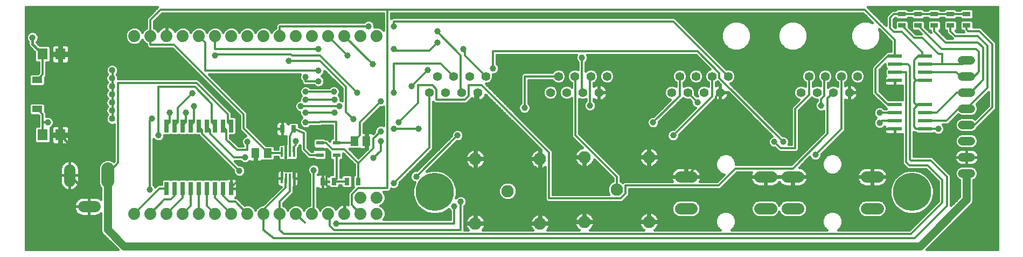
<source format=gtl>
G75*
%MOIN*%
%OFA0B0*%
%FSLAX24Y24*%
%IPPOS*%
%LPD*%
%AMOC8*
5,1,8,0,0,1.08239X$1,22.5*
%
%ADD10C,0.0765*%
%ADD11C,0.0705*%
%ADD12R,0.0630X0.0709*%
%ADD13C,0.0554*%
%ADD14C,0.0700*%
%ADD15C,0.0800*%
%ADD16R,0.2441X0.2126*%
%ADD17R,0.0630X0.0394*%
%ADD18C,0.0520*%
%ADD19C,0.0740*%
%ADD20R,0.0472X0.0236*%
%ADD21R,0.0315X0.0472*%
%ADD22R,0.0512X0.0591*%
%ADD23R,0.0472X0.0315*%
%ADD24R,0.0860X0.0220*%
%ADD25R,0.0260X0.0800*%
%ADD26R,0.0120X0.0590*%
%ADD27R,0.0160X0.0590*%
%ADD28R,0.0140X0.0590*%
%ADD29C,0.0160*%
%ADD30C,0.0100*%
%ADD31C,0.0400*%
%ADD32C,0.0120*%
%ADD33C,0.0390*%
%ADD34C,0.0500*%
%ADD35C,0.0396*%
%ADD36C,0.2362*%
D10*
X028280Y002180D03*
X032280Y002180D03*
X035030Y002280D03*
X039030Y002280D03*
X037030Y004280D03*
X032280Y006180D03*
X035030Y006280D03*
X039030Y006280D03*
X030280Y004180D03*
X028280Y006180D03*
D11*
X040968Y005060D02*
X041673Y005060D01*
X045888Y005060D02*
X046593Y005060D01*
X047568Y005060D02*
X048273Y005060D01*
X052488Y005060D02*
X053193Y005060D01*
X053193Y003100D02*
X052488Y003100D01*
X048273Y003100D02*
X047568Y003100D01*
X046593Y003100D02*
X045888Y003100D01*
X041673Y003100D02*
X040968Y003100D01*
D12*
X002606Y007655D03*
X001504Y007655D03*
X001504Y012655D03*
X002606Y012655D03*
D13*
X025430Y010280D03*
X026430Y010280D03*
X027430Y010280D03*
X028430Y010280D03*
X027930Y011280D03*
X026930Y011280D03*
X025930Y011280D03*
X028930Y011280D03*
X032930Y010280D03*
X033930Y010280D03*
X034930Y010280D03*
X035930Y010280D03*
X035430Y011280D03*
X034430Y011280D03*
X033430Y011280D03*
X036430Y011280D03*
X040430Y010280D03*
X041430Y010280D03*
X042430Y010280D03*
X043430Y010280D03*
X042930Y011280D03*
X041930Y011280D03*
X040930Y011280D03*
X043930Y011280D03*
X048430Y010280D03*
X049430Y010280D03*
X050430Y010280D03*
X051430Y010280D03*
X050930Y011280D03*
X049930Y011280D03*
X048930Y011280D03*
X051930Y011280D03*
D14*
X004731Y003226D02*
X004031Y003226D01*
X003180Y004805D02*
X003180Y005505D01*
D15*
X005542Y005555D02*
X005542Y004755D01*
D16*
X004039Y010155D03*
D17*
X001165Y009257D03*
X001165Y011053D03*
D18*
X058420Y011280D02*
X058940Y011280D01*
X058940Y012280D02*
X058420Y012280D01*
X058420Y010280D02*
X058940Y010280D01*
X058940Y009280D02*
X058420Y009280D01*
X058420Y008280D02*
X058940Y008280D01*
X058940Y007280D02*
X058420Y007280D01*
X058420Y006280D02*
X058940Y006280D01*
X058940Y005280D02*
X058420Y005280D01*
D19*
X022180Y003780D03*
X021180Y003780D03*
X021180Y002780D03*
X020180Y002780D03*
X019180Y002780D03*
X018180Y002780D03*
X017180Y002780D03*
X016180Y002780D03*
X015180Y002780D03*
X014180Y002780D03*
X013180Y002780D03*
X012180Y002780D03*
X011180Y002780D03*
X010180Y002780D03*
X009180Y002780D03*
X008180Y002780D03*
X007180Y002780D03*
X022180Y002780D03*
X022180Y013780D03*
X021180Y013780D03*
X020180Y013780D03*
X019180Y013780D03*
X018180Y013780D03*
X017180Y013780D03*
X016180Y013780D03*
X015180Y013780D03*
X014180Y013780D03*
X013180Y013780D03*
X012180Y013780D03*
X011180Y013780D03*
X010180Y013780D03*
X009180Y013780D03*
X008180Y013780D03*
X007180Y013780D03*
D20*
X018666Y007154D03*
X018666Y006780D03*
X018666Y006406D03*
X019694Y006406D03*
X019694Y007154D03*
D21*
X017034Y008030D03*
X016326Y008030D03*
X018826Y004780D03*
X019534Y004780D03*
X020326Y004780D03*
X021034Y004780D03*
D22*
X015429Y006530D03*
X014681Y006530D03*
X020806Y007280D03*
X021554Y007280D03*
D23*
X054680Y014426D03*
X055680Y014426D03*
X056680Y014426D03*
X057680Y014426D03*
X058680Y014426D03*
X058680Y015134D03*
X057680Y015134D03*
X056680Y015134D03*
X055680Y015134D03*
X054680Y015134D03*
D24*
X054250Y012530D03*
X054250Y012030D03*
X054250Y011530D03*
X054250Y011030D03*
X056110Y011030D03*
X056110Y011530D03*
X056110Y012030D03*
X056110Y012530D03*
X056110Y009530D03*
X056110Y009030D03*
X056110Y008530D03*
X056110Y008030D03*
X054250Y008030D03*
X054250Y008530D03*
X054250Y009030D03*
X054250Y009530D03*
D25*
X013180Y008210D03*
X012680Y008210D03*
X012180Y008210D03*
X011680Y008210D03*
X011180Y008210D03*
X010680Y008210D03*
X010180Y008210D03*
X009680Y008210D03*
X009180Y008210D03*
X009180Y004350D03*
X009680Y004350D03*
X010180Y004350D03*
X010680Y004350D03*
X011180Y004350D03*
X011680Y004350D03*
X012180Y004350D03*
X012680Y004350D03*
X013180Y004350D03*
D26*
X016300Y004970D03*
X017060Y004970D03*
X017060Y006590D03*
X016810Y006590D03*
X016550Y006590D03*
X016300Y006590D03*
D27*
X016560Y004970D03*
D28*
X016800Y004970D03*
D29*
X000460Y000560D02*
X000460Y015551D01*
X008612Y015551D01*
X008044Y014983D01*
X007977Y014916D01*
X007940Y014828D01*
X007940Y014276D01*
X007868Y014246D01*
X007714Y014092D01*
X007680Y014010D01*
X007646Y014092D01*
X007492Y014246D01*
X007289Y014330D01*
X007071Y014330D01*
X006868Y014246D01*
X006714Y014092D01*
X006630Y013889D01*
X006630Y013671D01*
X006714Y013468D01*
X006868Y013314D01*
X007071Y013230D01*
X007289Y013230D01*
X007492Y013314D01*
X007646Y013468D01*
X007680Y013550D01*
X007714Y013468D01*
X007868Y013314D01*
X007940Y013284D01*
X007940Y013182D01*
X007977Y013094D01*
X008044Y013027D01*
X008132Y012990D01*
X009531Y012990D01*
X013690Y008831D01*
X013690Y008032D01*
X013727Y007944D01*
X013794Y007877D01*
X014077Y007593D01*
X013968Y007548D01*
X013862Y007442D01*
X013805Y007305D01*
X013805Y007155D01*
X013862Y007018D01*
X013910Y006970D01*
X013629Y006970D01*
X013120Y007479D01*
X013120Y007630D01*
X013385Y007630D01*
X013490Y007735D01*
X013490Y008685D01*
X013385Y008790D01*
X013220Y008790D01*
X013220Y008978D01*
X013183Y009066D01*
X011233Y011016D01*
X011166Y011083D01*
X011078Y011120D01*
X006185Y011120D01*
X006185Y011231D01*
X006127Y011370D01*
X006092Y011405D01*
X006127Y011440D01*
X006185Y011579D01*
X006185Y011731D01*
X006127Y011870D01*
X006020Y011977D01*
X005881Y012035D01*
X005729Y012035D01*
X005590Y011977D01*
X005483Y011870D01*
X005425Y011731D01*
X005425Y011579D01*
X005483Y011440D01*
X005518Y011405D01*
X005483Y011370D01*
X005464Y011325D01*
X005464Y011327D01*
X005438Y011365D01*
X005406Y011397D01*
X005369Y011422D01*
X005327Y011439D01*
X005282Y011448D01*
X004119Y011448D01*
X004119Y010235D01*
X003959Y010235D01*
X003959Y010075D01*
X002589Y010075D01*
X002589Y009069D01*
X002598Y009025D01*
X002615Y008983D01*
X002640Y008945D01*
X002672Y008913D01*
X002710Y008888D01*
X002752Y008871D01*
X002796Y008862D01*
X003959Y008862D01*
X003959Y010075D01*
X004119Y010075D01*
X004119Y008862D01*
X005282Y008862D01*
X005327Y008871D01*
X005369Y008888D01*
X005406Y008913D01*
X005438Y008945D01*
X005464Y008983D01*
X005464Y008985D01*
X005483Y008940D01*
X005518Y008905D01*
X005483Y008870D01*
X005425Y008731D01*
X005425Y008579D01*
X005483Y008440D01*
X005590Y008333D01*
X005729Y008275D01*
X005881Y008275D01*
X005940Y008300D01*
X005940Y006029D01*
X005914Y006003D01*
X005871Y006047D01*
X005658Y006135D01*
X005427Y006135D01*
X005214Y006047D01*
X005051Y005884D01*
X004962Y005670D01*
X004962Y004640D01*
X005051Y004426D01*
X005112Y004365D01*
X005112Y003665D01*
X005109Y003668D01*
X005035Y003722D01*
X004953Y003763D01*
X004867Y003792D01*
X004776Y003806D01*
X004381Y003806D01*
X004381Y003226D01*
X004381Y003226D01*
X004381Y003954D01*
X003180Y005155D01*
X003180Y007081D01*
X002606Y007655D01*
X002529Y007730D02*
X001999Y007730D01*
X002061Y007732D02*
X002529Y007732D01*
X002529Y007578D01*
X002061Y007578D01*
X002061Y007278D01*
X002070Y007234D01*
X002087Y007192D01*
X002113Y007154D01*
X002145Y007122D01*
X002182Y007097D01*
X002224Y007080D01*
X002269Y007071D01*
X002529Y007071D01*
X002529Y007578D01*
X002684Y007578D01*
X002684Y007732D01*
X003151Y007732D01*
X003151Y008032D01*
X003142Y008076D01*
X003125Y008118D01*
X003100Y008156D01*
X003068Y008188D01*
X003030Y008213D01*
X002988Y008230D01*
X002944Y008239D01*
X002684Y008239D01*
X002684Y007732D01*
X002529Y007732D01*
X002529Y008239D01*
X002269Y008239D01*
X002224Y008230D01*
X002182Y008213D01*
X002145Y008188D01*
X002113Y008156D01*
X002087Y008118D01*
X002070Y008076D01*
X002061Y008032D01*
X002061Y007732D01*
X002061Y007888D02*
X001999Y007888D01*
X001999Y008047D02*
X002064Y008047D01*
X002042Y008112D02*
X002148Y008218D01*
X002205Y008355D01*
X002205Y008505D01*
X002148Y008642D01*
X002042Y008748D01*
X001905Y008805D01*
X001755Y008805D01*
X001744Y008800D01*
X001744Y008967D01*
X001707Y009055D01*
X001660Y009102D01*
X001660Y009529D01*
X001555Y009634D01*
X000776Y009634D01*
X000670Y009529D01*
X000670Y008986D01*
X000776Y008881D01*
X001203Y008881D01*
X001264Y008819D01*
X001264Y008189D01*
X001114Y008189D01*
X001009Y008084D01*
X001009Y007226D01*
X001114Y007121D01*
X001893Y007121D01*
X001999Y007226D01*
X001999Y008084D01*
X001992Y008091D01*
X002042Y008112D01*
X002135Y008205D02*
X002170Y008205D01*
X002205Y008364D02*
X005559Y008364D01*
X005449Y008522D02*
X002198Y008522D01*
X002110Y008681D02*
X005425Y008681D01*
X005470Y008839D02*
X001744Y008839D01*
X001731Y008998D02*
X002609Y008998D01*
X002589Y009156D02*
X001660Y009156D01*
X001660Y009315D02*
X002589Y009315D01*
X002589Y009473D02*
X001660Y009473D01*
X001557Y009632D02*
X002589Y009632D01*
X002589Y009790D02*
X000460Y009790D01*
X000460Y009632D02*
X000773Y009632D01*
X000670Y009473D02*
X000460Y009473D01*
X000460Y009315D02*
X000670Y009315D01*
X000670Y009156D02*
X000460Y009156D01*
X000460Y008998D02*
X000670Y008998D01*
X000460Y008839D02*
X001244Y008839D01*
X001264Y008681D02*
X000460Y008681D01*
X000460Y008522D02*
X001264Y008522D01*
X001264Y008364D02*
X000460Y008364D01*
X000460Y008205D02*
X001264Y008205D01*
X001009Y008047D02*
X000460Y008047D01*
X000460Y007888D02*
X001009Y007888D01*
X001009Y007730D02*
X000460Y007730D01*
X000460Y007571D02*
X001009Y007571D01*
X001009Y007413D02*
X000460Y007413D01*
X000460Y007254D02*
X001009Y007254D01*
X000460Y007096D02*
X002185Y007096D01*
X002066Y007254D02*
X001999Y007254D01*
X001999Y007413D02*
X002061Y007413D01*
X002061Y007571D02*
X001999Y007571D01*
X002529Y007571D02*
X002684Y007571D01*
X002684Y007578D02*
X002684Y007071D01*
X002944Y007071D01*
X002988Y007080D01*
X003030Y007097D01*
X003068Y007122D01*
X003100Y007154D01*
X003125Y007192D01*
X003142Y007234D01*
X003151Y007278D01*
X003151Y007578D01*
X002684Y007578D01*
X002684Y007730D02*
X005940Y007730D01*
X005940Y007888D02*
X003151Y007888D01*
X003148Y008047D02*
X005940Y008047D01*
X005940Y008205D02*
X003042Y008205D01*
X002684Y008205D02*
X002529Y008205D01*
X002529Y008047D02*
X002684Y008047D01*
X002684Y007888D02*
X002529Y007888D01*
X002529Y007413D02*
X002684Y007413D01*
X002684Y007254D02*
X002529Y007254D01*
X002529Y007096D02*
X002684Y007096D01*
X003027Y007096D02*
X005940Y007096D01*
X005940Y007254D02*
X003146Y007254D01*
X003151Y007413D02*
X005940Y007413D01*
X005940Y007571D02*
X003151Y007571D01*
X000460Y006937D02*
X005940Y006937D01*
X005940Y006779D02*
X000460Y006779D01*
X000460Y006620D02*
X005940Y006620D01*
X005940Y006462D02*
X000460Y006462D01*
X000460Y006303D02*
X005940Y006303D01*
X005940Y006145D02*
X000460Y006145D01*
X000460Y005986D02*
X002855Y005986D01*
X002876Y006001D02*
X002802Y005947D01*
X002738Y005883D01*
X002684Y005809D01*
X002642Y005728D01*
X002614Y005641D01*
X002600Y005551D01*
X002600Y005155D01*
X003180Y005155D01*
X003180Y005155D01*
X003180Y006085D01*
X003226Y006085D01*
X003316Y006071D01*
X003403Y006043D01*
X003484Y006001D01*
X003558Y005947D01*
X003622Y005883D01*
X003676Y005809D01*
X003718Y005728D01*
X003746Y005641D01*
X003760Y005551D01*
X003760Y005155D01*
X003180Y005155D01*
X003180Y005155D01*
X003180Y005155D01*
X003180Y006085D01*
X003134Y006085D01*
X003044Y006071D01*
X002957Y006043D01*
X002876Y006001D01*
X002697Y005828D02*
X000460Y005828D01*
X000460Y005669D02*
X002623Y005669D01*
X002600Y005511D02*
X000460Y005511D01*
X000460Y005352D02*
X002600Y005352D01*
X002600Y005194D02*
X000460Y005194D01*
X000460Y005035D02*
X002600Y005035D01*
X002600Y005155D02*
X002600Y004759D01*
X002614Y004669D01*
X002642Y004582D01*
X002684Y004501D01*
X002738Y004427D01*
X002802Y004363D01*
X002876Y004309D01*
X002957Y004267D01*
X003044Y004239D01*
X003134Y004225D01*
X003180Y004225D01*
X003226Y004225D01*
X003316Y004239D01*
X003403Y004267D01*
X003484Y004309D01*
X003558Y004363D01*
X003622Y004427D01*
X003676Y004501D01*
X003718Y004582D01*
X003746Y004669D01*
X003760Y004759D01*
X003760Y005155D01*
X003180Y005155D01*
X003180Y004225D01*
X003180Y005155D01*
X003180Y005155D01*
X002600Y005155D01*
X002600Y004877D02*
X000460Y004877D01*
X000460Y004718D02*
X002607Y004718D01*
X002654Y004560D02*
X000460Y004560D01*
X000460Y004401D02*
X002764Y004401D01*
X003034Y004243D02*
X000460Y004243D01*
X000460Y004084D02*
X005112Y004084D01*
X005112Y003926D02*
X000460Y003926D01*
X000460Y003767D02*
X003819Y003767D01*
X003808Y003763D02*
X003727Y003722D01*
X003653Y003668D01*
X003588Y003604D01*
X003535Y003530D01*
X003493Y003449D01*
X003465Y003362D01*
X003451Y003272D01*
X003451Y003226D01*
X004381Y003226D01*
X004381Y003806D01*
X003985Y003806D01*
X003895Y003792D01*
X003808Y003763D01*
X003593Y003609D02*
X000460Y003609D01*
X000460Y003450D02*
X003494Y003450D01*
X003454Y003292D02*
X000460Y003292D01*
X000460Y003133D02*
X003458Y003133D01*
X003465Y003090D02*
X003451Y003180D01*
X003451Y003226D01*
X004381Y003226D01*
X004381Y002646D01*
X004776Y002646D01*
X004867Y002660D01*
X004953Y002688D01*
X005035Y002730D01*
X005109Y002783D01*
X005112Y002787D01*
X005112Y001707D01*
X005178Y001549D01*
X006167Y000560D01*
X000460Y000560D01*
X000460Y000597D02*
X006130Y000597D01*
X005971Y000756D02*
X000460Y000756D01*
X000460Y000914D02*
X005813Y000914D01*
X005654Y001073D02*
X000460Y001073D01*
X000460Y001231D02*
X005496Y001231D01*
X005337Y001390D02*
X000460Y001390D01*
X000460Y001548D02*
X005179Y001548D01*
X005113Y001707D02*
X000460Y001707D01*
X000460Y001865D02*
X005112Y001865D01*
X005112Y002024D02*
X000460Y002024D01*
X000460Y002182D02*
X005112Y002182D01*
X005112Y002341D02*
X000460Y002341D01*
X000460Y002499D02*
X005112Y002499D01*
X005112Y002658D02*
X004850Y002658D01*
X004381Y002658D02*
X004381Y002658D01*
X004381Y002646D02*
X004381Y003226D01*
X004381Y003226D01*
X004381Y003226D01*
X004381Y003292D02*
X004381Y003292D01*
X004381Y003450D02*
X004381Y003450D01*
X004381Y003609D02*
X004381Y003609D01*
X004381Y003767D02*
X004381Y003767D01*
X004942Y003767D02*
X005112Y003767D01*
X005112Y004243D02*
X003326Y004243D01*
X003180Y004243D02*
X003180Y004243D01*
X003180Y004401D02*
X003180Y004401D01*
X003180Y004560D02*
X003180Y004560D01*
X003180Y004718D02*
X003180Y004718D01*
X003180Y004877D02*
X003180Y004877D01*
X003180Y005035D02*
X003180Y005035D01*
X003180Y005194D02*
X003180Y005194D01*
X003180Y005352D02*
X003180Y005352D01*
X003180Y005511D02*
X003180Y005511D01*
X003180Y005669D02*
X003180Y005669D01*
X003180Y005828D02*
X003180Y005828D01*
X003180Y005986D02*
X003180Y005986D01*
X003505Y005986D02*
X005153Y005986D01*
X005027Y005828D02*
X003663Y005828D01*
X003737Y005669D02*
X004962Y005669D01*
X004962Y005511D02*
X003760Y005511D01*
X003760Y005352D02*
X004962Y005352D01*
X004962Y005194D02*
X003760Y005194D01*
X003760Y005035D02*
X004962Y005035D01*
X004962Y004877D02*
X003760Y004877D01*
X003753Y004718D02*
X004962Y004718D01*
X004995Y004560D02*
X003706Y004560D01*
X003596Y004401D02*
X005076Y004401D01*
X008370Y004570D02*
X008370Y007410D01*
X008468Y007312D01*
X008605Y007255D01*
X008755Y007255D01*
X008892Y007312D01*
X008998Y007418D01*
X009055Y007555D01*
X009055Y007630D01*
X009385Y007630D01*
X009430Y007675D01*
X009475Y007630D01*
X009885Y007630D01*
X009930Y007675D01*
X009975Y007630D01*
X010385Y007630D01*
X010430Y007675D01*
X010475Y007630D01*
X010885Y007630D01*
X010930Y007675D01*
X010975Y007630D01*
X011162Y007630D01*
X011177Y007594D01*
X013305Y005466D01*
X013305Y005355D01*
X013362Y005218D01*
X013468Y005112D01*
X013605Y005055D01*
X013755Y005055D01*
X013892Y005112D01*
X013998Y005218D01*
X014055Y005355D01*
X014055Y005505D01*
X013998Y005642D01*
X013892Y005748D01*
X013755Y005805D01*
X013644Y005805D01*
X013409Y006040D01*
X013740Y006040D01*
X013818Y005962D01*
X013955Y005905D01*
X014105Y005905D01*
X014242Y005962D01*
X014313Y006033D01*
X014316Y006031D01*
X014358Y006014D01*
X014402Y006005D01*
X014633Y006005D01*
X014633Y006482D01*
X014729Y006482D01*
X014729Y006005D01*
X014960Y006005D01*
X015004Y006014D01*
X015046Y006031D01*
X015084Y006056D01*
X015090Y006063D01*
X015099Y006055D01*
X015759Y006055D01*
X015865Y006160D01*
X015865Y006290D01*
X016060Y006290D01*
X016060Y006220D01*
X016165Y006115D01*
X016345Y006115D01*
X016381Y006091D01*
X016423Y006074D01*
X016467Y006065D01*
X016550Y006065D01*
X016633Y006065D01*
X016677Y006074D01*
X016719Y006091D01*
X016755Y006115D01*
X017195Y006115D01*
X017300Y006220D01*
X017300Y006811D01*
X017383Y006894D01*
X017420Y006982D01*
X017420Y006985D01*
X017440Y007005D01*
X017440Y006732D01*
X017477Y006644D01*
X017852Y006269D01*
X017919Y006202D01*
X018007Y006165D01*
X018298Y006165D01*
X018355Y006108D01*
X018977Y006108D01*
X019082Y006213D01*
X019082Y006517D01*
X019106Y006553D01*
X019123Y006595D01*
X019132Y006639D01*
X019132Y006739D01*
X019227Y006644D01*
X019278Y006593D01*
X019278Y006213D01*
X019383Y006108D01*
X019454Y006108D01*
X019454Y005196D01*
X019302Y005196D01*
X019200Y005094D01*
X019187Y005125D01*
X019162Y005163D01*
X019130Y005195D01*
X019092Y005220D01*
X019050Y005237D01*
X019006Y005246D01*
X018826Y005246D01*
X018826Y004780D01*
X019197Y004780D01*
X018826Y004780D01*
X018826Y004780D01*
X018826Y004780D01*
X018826Y004314D01*
X019006Y004314D01*
X019050Y004323D01*
X019092Y004340D01*
X019130Y004365D01*
X019162Y004397D01*
X019187Y004435D01*
X019200Y004466D01*
X019302Y004364D01*
X019766Y004364D01*
X019872Y004469D01*
X019872Y004540D01*
X019988Y004540D01*
X019988Y004469D01*
X020094Y004364D01*
X020558Y004364D01*
X020663Y004469D01*
X020663Y005091D01*
X020558Y005196D01*
X020094Y005196D01*
X019988Y005091D01*
X019988Y005020D01*
X019934Y005020D01*
X019934Y006108D01*
X020005Y006108D01*
X020110Y006213D01*
X020110Y006510D01*
X020815Y005806D01*
X020815Y005196D01*
X020802Y005196D01*
X020697Y005091D01*
X020697Y004469D01*
X020738Y004428D01*
X020427Y004116D01*
X020390Y004028D01*
X020390Y003932D01*
X020390Y003343D01*
X020320Y003365D01*
X020227Y003380D01*
X020200Y003380D01*
X020200Y002800D01*
X020160Y002800D01*
X020160Y003380D01*
X020133Y003380D01*
X020039Y003365D01*
X019950Y003336D01*
X019866Y003293D01*
X019789Y003238D01*
X019722Y003171D01*
X019667Y003094D01*
X019655Y003071D01*
X019646Y003092D01*
X019492Y003246D01*
X019289Y003330D01*
X019071Y003330D01*
X018868Y003246D01*
X018714Y003092D01*
X018680Y003010D01*
X018646Y003092D01*
X018520Y003218D01*
X018520Y004367D01*
X018522Y004365D01*
X018559Y004340D01*
X018601Y004323D01*
X018646Y004314D01*
X018826Y004314D01*
X018826Y004780D01*
X018826Y004780D01*
X018826Y005246D01*
X018646Y005246D01*
X018601Y005237D01*
X018559Y005220D01*
X018533Y005202D01*
X018598Y005268D01*
X018655Y005405D01*
X018655Y005555D01*
X018598Y005692D01*
X018492Y005798D01*
X018355Y005855D01*
X018205Y005855D01*
X018068Y005798D01*
X017962Y005692D01*
X017905Y005555D01*
X017905Y005405D01*
X017962Y005268D01*
X018040Y005190D01*
X018040Y003317D01*
X017868Y003246D01*
X017714Y003092D01*
X017680Y003010D01*
X017646Y003092D01*
X017492Y003246D01*
X017289Y003330D01*
X017071Y003330D01*
X016868Y003246D01*
X016714Y003092D01*
X016680Y003010D01*
X016646Y003092D01*
X016492Y003246D01*
X016420Y003276D01*
X016420Y003431D01*
X016941Y003952D01*
X017008Y004019D01*
X017045Y004107D01*
X017045Y004445D01*
X017060Y004445D01*
X017143Y004445D01*
X017187Y004454D01*
X017229Y004471D01*
X017267Y004496D01*
X017299Y004528D01*
X017324Y004566D01*
X017341Y004608D01*
X017350Y004652D01*
X017350Y004970D01*
X017350Y005288D01*
X017341Y005332D01*
X017324Y005374D01*
X017299Y005412D01*
X017267Y005444D01*
X017229Y005469D01*
X017187Y005486D01*
X017143Y005495D01*
X017060Y005495D01*
X017060Y004970D01*
X017060Y004970D01*
X017350Y004970D01*
X017060Y004970D01*
X017060Y004970D01*
X017060Y005495D01*
X016977Y005495D01*
X016933Y005486D01*
X016891Y005469D01*
X016855Y005445D01*
X016505Y005445D01*
X016469Y005469D01*
X016427Y005486D01*
X016383Y005495D01*
X016300Y005495D01*
X016300Y005340D01*
X016300Y005340D01*
X016300Y004970D01*
X016300Y004970D01*
X016300Y004970D01*
X016010Y004970D01*
X016010Y005288D01*
X016019Y005332D01*
X016036Y005374D01*
X016061Y005412D01*
X016093Y005444D01*
X016131Y005469D01*
X016173Y005486D01*
X016217Y005495D01*
X016300Y005495D01*
X016300Y004970D01*
X016010Y004970D01*
X016010Y004652D01*
X016019Y004608D01*
X016036Y004566D01*
X016061Y004528D01*
X016093Y004496D01*
X016131Y004471D01*
X016173Y004454D01*
X016217Y004445D01*
X016256Y004445D01*
X015141Y003330D01*
X015071Y003330D01*
X014868Y003246D01*
X014714Y003092D01*
X014680Y003010D01*
X014646Y003092D01*
X014492Y003246D01*
X014289Y003330D01*
X014071Y003330D01*
X013999Y003300D01*
X013566Y003733D01*
X013478Y003770D01*
X013455Y003770D01*
X013457Y003771D01*
X013489Y003803D01*
X013514Y003841D01*
X013531Y003883D01*
X013540Y003927D01*
X013540Y004350D01*
X013540Y004773D01*
X013531Y004817D01*
X013514Y004859D01*
X013489Y004897D01*
X013457Y004929D01*
X013419Y004954D01*
X013377Y004971D01*
X013333Y004980D01*
X013180Y004980D01*
X013180Y004350D01*
X013180Y004350D01*
X013540Y004350D01*
X013180Y004350D01*
X013180Y004350D01*
X013180Y004980D01*
X013027Y004980D01*
X012983Y004971D01*
X012941Y004954D01*
X012903Y004929D01*
X012895Y004920D01*
X012885Y004930D01*
X012475Y004930D01*
X012430Y004885D01*
X012385Y004930D01*
X011975Y004930D01*
X011930Y004885D01*
X011885Y004930D01*
X011475Y004930D01*
X011430Y004885D01*
X011385Y004930D01*
X010975Y004930D01*
X010930Y004885D01*
X010885Y004930D01*
X010475Y004930D01*
X010430Y004885D01*
X010385Y004930D01*
X009975Y004930D01*
X009930Y004885D01*
X009885Y004930D01*
X009475Y004930D01*
X009430Y004885D01*
X009385Y004930D01*
X008975Y004930D01*
X008870Y004825D01*
X008870Y004590D01*
X008702Y004590D01*
X008614Y004553D01*
X008479Y004418D01*
X008448Y004492D01*
X008370Y004570D01*
X008381Y004560D02*
X008629Y004560D01*
X008870Y004718D02*
X008370Y004718D01*
X008370Y004877D02*
X008922Y004877D01*
X008370Y005035D02*
X016010Y005035D01*
X016010Y004877D02*
X013502Y004877D01*
X013540Y004718D02*
X016010Y004718D01*
X016041Y004560D02*
X013540Y004560D01*
X013540Y004401D02*
X016212Y004401D01*
X016053Y004243D02*
X013540Y004243D01*
X013540Y004084D02*
X015895Y004084D01*
X015736Y003926D02*
X013540Y003926D01*
X013485Y003767D02*
X015578Y003767D01*
X015419Y003609D02*
X013691Y003609D01*
X013849Y003450D02*
X015261Y003450D01*
X014978Y003292D02*
X014382Y003292D01*
X014605Y003133D02*
X014755Y003133D01*
X016420Y003292D02*
X016978Y003292D01*
X016755Y003133D02*
X016605Y003133D01*
X016439Y003450D02*
X018040Y003450D01*
X018040Y003609D02*
X016598Y003609D01*
X016756Y003767D02*
X018040Y003767D01*
X018040Y003926D02*
X016915Y003926D01*
X017035Y004084D02*
X018040Y004084D01*
X018040Y004243D02*
X017045Y004243D01*
X017045Y004401D02*
X018040Y004401D01*
X018040Y004560D02*
X017319Y004560D01*
X017350Y004718D02*
X018040Y004718D01*
X018040Y004877D02*
X017350Y004877D01*
X017350Y005035D02*
X018040Y005035D01*
X018036Y005194D02*
X017350Y005194D01*
X017333Y005352D02*
X017927Y005352D01*
X017905Y005511D02*
X014053Y005511D01*
X014054Y005352D02*
X016027Y005352D01*
X016010Y005194D02*
X013974Y005194D01*
X013386Y005194D02*
X008370Y005194D01*
X008370Y005352D02*
X013306Y005352D01*
X013260Y005511D02*
X008370Y005511D01*
X008370Y005669D02*
X013102Y005669D01*
X012943Y005828D02*
X008370Y005828D01*
X008370Y005986D02*
X012785Y005986D01*
X012626Y006145D02*
X008370Y006145D01*
X008370Y006303D02*
X012468Y006303D01*
X012309Y006462D02*
X008370Y006462D01*
X008370Y006620D02*
X012151Y006620D01*
X011992Y006779D02*
X008370Y006779D01*
X008370Y006937D02*
X011834Y006937D01*
X011675Y007096D02*
X008370Y007096D01*
X008370Y007254D02*
X011517Y007254D01*
X011358Y007413D02*
X008993Y007413D01*
X009055Y007571D02*
X011200Y007571D01*
X013120Y007571D02*
X014023Y007571D01*
X013941Y007730D02*
X013484Y007730D01*
X013490Y007888D02*
X013783Y007888D01*
X013690Y008047D02*
X013490Y008047D01*
X013490Y008205D02*
X013690Y008205D01*
X013690Y008364D02*
X013490Y008364D01*
X013490Y008522D02*
X013690Y008522D01*
X013690Y008681D02*
X013490Y008681D01*
X013682Y008839D02*
X013220Y008839D01*
X013212Y008998D02*
X013523Y008998D01*
X013365Y009156D02*
X013093Y009156D01*
X013206Y009315D02*
X012935Y009315D01*
X013048Y009473D02*
X012776Y009473D01*
X012889Y009632D02*
X012618Y009632D01*
X012731Y009790D02*
X012459Y009790D01*
X012572Y009949D02*
X012301Y009949D01*
X012414Y010107D02*
X012142Y010107D01*
X012255Y010266D02*
X011984Y010266D01*
X012097Y010424D02*
X011825Y010424D01*
X011938Y010583D02*
X011667Y010583D01*
X011780Y010741D02*
X011508Y010741D01*
X011621Y010900D02*
X011350Y010900D01*
X011463Y011058D02*
X011191Y011058D01*
X011304Y011217D02*
X006185Y011217D01*
X006122Y011375D02*
X011146Y011375D01*
X010987Y011534D02*
X006166Y011534D01*
X006185Y011692D02*
X010829Y011692D01*
X010670Y011851D02*
X006135Y011851D01*
X005943Y012009D02*
X010512Y012009D01*
X010353Y012168D02*
X003109Y012168D01*
X003100Y012154D02*
X003125Y012192D01*
X003142Y012234D01*
X003151Y012278D01*
X003151Y012578D01*
X002684Y012578D01*
X002684Y012732D01*
X003151Y012732D01*
X003151Y013032D01*
X003142Y013076D01*
X003125Y013118D01*
X003100Y013156D01*
X003068Y013188D01*
X003030Y013213D01*
X002988Y013230D01*
X002944Y013239D01*
X002684Y013239D01*
X002684Y012732D01*
X002529Y012732D01*
X002529Y012578D01*
X002061Y012578D01*
X002061Y012278D01*
X002070Y012234D01*
X002087Y012192D01*
X002113Y012154D01*
X002145Y012122D01*
X002182Y012097D01*
X002224Y012080D01*
X002269Y012071D01*
X002529Y012071D01*
X002529Y012578D01*
X002684Y012578D01*
X002684Y012071D01*
X002944Y012071D01*
X002988Y012080D01*
X003030Y012097D01*
X003068Y012122D01*
X003100Y012154D01*
X003151Y012326D02*
X010195Y012326D01*
X010036Y012485D02*
X003151Y012485D01*
X003151Y012802D02*
X009719Y012802D01*
X009561Y012960D02*
X003151Y012960D01*
X003125Y013119D02*
X007966Y013119D01*
X007940Y013277D02*
X007403Y013277D01*
X007613Y013436D02*
X007747Y013436D01*
X006957Y013277D02*
X001249Y013277D01*
X001337Y013189D02*
X001140Y013387D01*
X001140Y013405D01*
X001201Y013466D01*
X001258Y013605D01*
X001258Y013755D01*
X001201Y013894D01*
X001094Y014001D01*
X000955Y014058D01*
X000805Y014058D01*
X000666Y014001D01*
X000559Y013894D01*
X000502Y013755D01*
X000502Y013605D01*
X000559Y013466D01*
X000620Y013405D01*
X000620Y013227D01*
X000660Y013132D01*
X001009Y012782D01*
X001009Y012226D01*
X001114Y012121D01*
X001264Y012121D01*
X001264Y011491D01*
X001203Y011429D01*
X000776Y011429D01*
X000670Y011324D01*
X000670Y010781D01*
X000776Y010676D01*
X001555Y010676D01*
X001660Y010781D01*
X001660Y011208D01*
X001707Y011255D01*
X001744Y011343D01*
X001744Y012121D01*
X001893Y012121D01*
X001999Y012226D01*
X001999Y013084D01*
X001893Y013189D01*
X001337Y013189D01*
X000880Y013279D02*
X001504Y012655D01*
X001999Y012643D02*
X002529Y012643D01*
X002529Y012732D02*
X002061Y012732D01*
X002061Y013032D01*
X002070Y013076D01*
X002087Y013118D01*
X002113Y013156D01*
X002145Y013188D01*
X002182Y013213D01*
X002224Y013230D01*
X002269Y013239D01*
X002529Y013239D01*
X002529Y012732D01*
X002529Y012802D02*
X002684Y012802D01*
X002684Y012960D02*
X002529Y012960D01*
X002529Y013119D02*
X002684Y013119D01*
X002088Y013119D02*
X001964Y013119D01*
X001999Y012960D02*
X002061Y012960D01*
X002061Y012802D02*
X001999Y012802D01*
X001999Y012485D02*
X002061Y012485D01*
X002061Y012326D02*
X001999Y012326D01*
X001940Y012168D02*
X002104Y012168D01*
X001744Y012009D02*
X005667Y012009D01*
X005475Y011851D02*
X001744Y011851D01*
X001744Y011692D02*
X005425Y011692D01*
X005444Y011534D02*
X001744Y011534D01*
X001744Y011375D02*
X002651Y011375D01*
X002640Y011365D02*
X002615Y011327D01*
X002598Y011285D01*
X002589Y011241D01*
X002589Y010235D01*
X003959Y010235D01*
X003959Y011448D01*
X002796Y011448D01*
X002752Y011439D01*
X002710Y011422D01*
X002672Y011397D01*
X002640Y011365D01*
X002589Y011217D02*
X001669Y011217D01*
X001660Y011058D02*
X002589Y011058D01*
X002589Y010900D02*
X001660Y010900D01*
X001620Y010741D02*
X002589Y010741D01*
X002589Y010583D02*
X000460Y010583D01*
X000460Y010741D02*
X000710Y010741D01*
X000670Y010900D02*
X000460Y010900D01*
X000460Y011058D02*
X000670Y011058D01*
X000670Y011217D02*
X000460Y011217D01*
X000460Y011375D02*
X000721Y011375D01*
X000460Y011534D02*
X001264Y011534D01*
X001264Y011692D02*
X000460Y011692D01*
X000460Y011851D02*
X001264Y011851D01*
X001264Y012009D02*
X000460Y012009D01*
X000460Y012168D02*
X001067Y012168D01*
X001009Y012326D02*
X000460Y012326D01*
X000460Y012485D02*
X001009Y012485D01*
X001009Y012643D02*
X000460Y012643D01*
X000460Y012802D02*
X000990Y012802D01*
X000831Y012960D02*
X000460Y012960D01*
X000460Y013119D02*
X000673Y013119D01*
X000620Y013277D02*
X000460Y013277D01*
X000460Y013436D02*
X000590Y013436D01*
X000506Y013594D02*
X000460Y013594D01*
X000460Y013753D02*
X000502Y013753D01*
X000460Y013911D02*
X000576Y013911D01*
X000460Y014070D02*
X006705Y014070D01*
X006639Y013911D02*
X001184Y013911D01*
X001258Y013753D02*
X006630Y013753D01*
X006662Y013594D02*
X001254Y013594D01*
X001170Y013436D02*
X006747Y013436D01*
X007655Y014070D02*
X007705Y014070D01*
X007850Y014228D02*
X007510Y014228D01*
X007940Y014387D02*
X000460Y014387D01*
X000460Y014545D02*
X007940Y014545D01*
X007940Y014704D02*
X000460Y014704D01*
X000460Y014862D02*
X007954Y014862D01*
X008081Y015021D02*
X000460Y015021D01*
X000460Y015179D02*
X008240Y015179D01*
X008398Y015338D02*
X000460Y015338D01*
X000460Y015496D02*
X008557Y015496D01*
X008904Y015165D02*
X022590Y015165D01*
X022590Y014148D01*
X022492Y014246D01*
X022289Y014330D01*
X022071Y014330D01*
X022055Y014324D01*
X022055Y014455D01*
X021998Y014592D01*
X021892Y014698D01*
X021755Y014755D01*
X021605Y014755D01*
X021468Y014698D01*
X021390Y014620D01*
X016132Y014620D01*
X016044Y014583D01*
X015977Y014516D01*
X015940Y014428D01*
X015940Y014276D01*
X015868Y014246D01*
X015714Y014092D01*
X015680Y014010D01*
X015646Y014092D01*
X015492Y014246D01*
X015289Y014330D01*
X015071Y014330D01*
X014868Y014246D01*
X014714Y014092D01*
X014680Y014010D01*
X014646Y014092D01*
X014492Y014246D01*
X014289Y014330D01*
X014071Y014330D01*
X013868Y014246D01*
X013714Y014092D01*
X013680Y014010D01*
X013646Y014092D01*
X013492Y014246D01*
X013289Y014330D01*
X013071Y014330D01*
X012868Y014246D01*
X012714Y014092D01*
X012680Y014010D01*
X012646Y014092D01*
X012492Y014246D01*
X012289Y014330D01*
X012071Y014330D01*
X011868Y014246D01*
X011714Y014092D01*
X011680Y014010D01*
X011646Y014092D01*
X011492Y014246D01*
X011289Y014330D01*
X011071Y014330D01*
X010868Y014246D01*
X010714Y014092D01*
X010680Y014010D01*
X010646Y014092D01*
X010492Y014246D01*
X010289Y014330D01*
X010071Y014330D01*
X009868Y014246D01*
X009714Y014092D01*
X009705Y014071D01*
X009693Y014094D01*
X009638Y014171D01*
X009571Y014238D01*
X009494Y014293D01*
X009410Y014336D01*
X009320Y014365D01*
X009227Y014380D01*
X009200Y014380D01*
X009200Y013800D01*
X009160Y013800D01*
X009160Y014380D01*
X009133Y014380D01*
X009039Y014365D01*
X008950Y014336D01*
X008866Y014293D01*
X008789Y014238D01*
X008722Y014171D01*
X008667Y014094D01*
X008655Y014071D01*
X008646Y014092D01*
X008492Y014246D01*
X008420Y014276D01*
X008420Y014681D01*
X008904Y015165D01*
X008760Y015021D02*
X022590Y015021D01*
X022590Y014862D02*
X008601Y014862D01*
X008443Y014704D02*
X021481Y014704D01*
X021879Y014704D02*
X022590Y014704D01*
X022590Y014545D02*
X022018Y014545D01*
X022055Y014387D02*
X022590Y014387D01*
X022590Y014228D02*
X022510Y014228D01*
X023070Y014859D02*
X023070Y015165D01*
X052281Y015165D01*
X052839Y014606D01*
X052613Y014700D01*
X052247Y014700D01*
X051909Y014560D01*
X051650Y014301D01*
X051510Y013963D01*
X051510Y013597D01*
X051650Y013259D01*
X051909Y013000D01*
X052247Y012860D01*
X052613Y012860D01*
X052951Y013000D01*
X053210Y013259D01*
X053350Y013597D01*
X053350Y013963D01*
X053256Y014189D01*
X054010Y013436D01*
X054010Y012820D01*
X053745Y012820D01*
X053640Y012715D01*
X053640Y012704D01*
X052919Y011983D01*
X052852Y011916D01*
X052815Y011828D01*
X052815Y010232D01*
X052852Y010144D01*
X053602Y009394D01*
X053640Y009356D01*
X053640Y009345D01*
X053705Y009280D01*
X053695Y009270D01*
X053600Y009270D01*
X053519Y009351D01*
X053380Y009408D01*
X053230Y009408D01*
X053091Y009351D01*
X052984Y009244D01*
X052927Y009105D01*
X052927Y008955D01*
X052984Y008816D01*
X053083Y008718D01*
X052984Y008619D01*
X052927Y008480D01*
X052927Y008330D01*
X052984Y008191D01*
X053091Y008084D01*
X053230Y008027D01*
X053380Y008027D01*
X053519Y008084D01*
X053590Y008155D01*
X053590Y008030D01*
X054250Y008030D01*
X054250Y007690D01*
X054690Y007690D01*
X054690Y005932D01*
X054727Y005844D01*
X054994Y005577D01*
X055082Y005540D01*
X056181Y005540D01*
X056940Y004781D01*
X056940Y003579D01*
X055131Y001770D01*
X050736Y001770D01*
X050740Y001772D01*
X050918Y001950D01*
X051015Y002184D01*
X051015Y002436D01*
X050918Y002670D01*
X050740Y002848D01*
X050506Y002945D01*
X050254Y002945D01*
X050020Y002848D01*
X049842Y002670D01*
X049745Y002436D01*
X049745Y002184D01*
X049842Y001950D01*
X050020Y001772D01*
X050024Y001770D01*
X044136Y001770D01*
X044140Y001772D01*
X044318Y001950D01*
X044415Y002184D01*
X044415Y002436D01*
X044318Y002670D01*
X044140Y002848D01*
X043906Y002945D01*
X043654Y002945D01*
X043420Y002848D01*
X043242Y002670D01*
X043145Y002436D01*
X043145Y002184D01*
X043242Y001950D01*
X043420Y001772D01*
X043424Y001770D01*
X039370Y001770D01*
X039429Y001813D01*
X039497Y001881D01*
X039554Y001959D01*
X039598Y002045D01*
X039627Y002137D01*
X039642Y002232D01*
X039642Y002232D01*
X039078Y002232D01*
X039078Y002328D01*
X038982Y002328D01*
X038982Y002892D01*
X038887Y002877D01*
X038795Y002848D01*
X038709Y002804D01*
X038631Y002747D01*
X038563Y002679D01*
X038506Y002601D01*
X038462Y002515D01*
X038433Y002423D01*
X038418Y002328D01*
X038418Y002328D01*
X038982Y002328D01*
X038982Y002232D01*
X038418Y002232D01*
X038433Y002137D01*
X038462Y002045D01*
X038506Y001959D01*
X038563Y001881D01*
X038631Y001813D01*
X038690Y001770D01*
X035370Y001770D01*
X035429Y001813D01*
X035497Y001881D01*
X035554Y001959D01*
X035598Y002045D01*
X035627Y002137D01*
X035642Y002232D01*
X035642Y002232D01*
X035078Y002232D01*
X035078Y002328D01*
X034982Y002328D01*
X034982Y002892D01*
X034887Y002877D01*
X034795Y002848D01*
X034709Y002804D01*
X034631Y002747D01*
X034563Y002679D01*
X034506Y002601D01*
X034462Y002515D01*
X034433Y002423D01*
X034418Y002328D01*
X034418Y002328D01*
X034982Y002328D01*
X034982Y002232D01*
X034418Y002232D01*
X034433Y002137D01*
X034462Y002045D01*
X034506Y001959D01*
X034563Y001881D01*
X034631Y001813D01*
X034690Y001770D01*
X032736Y001770D01*
X032747Y001781D01*
X032804Y001859D01*
X032848Y001945D01*
X032877Y002037D01*
X032892Y002132D01*
X032892Y002132D01*
X032328Y002132D01*
X032328Y002228D01*
X032232Y002228D01*
X032232Y002792D01*
X032137Y002777D01*
X032045Y002748D01*
X031959Y002704D01*
X031881Y002647D01*
X031813Y002579D01*
X031756Y002501D01*
X031712Y002415D01*
X031683Y002323D01*
X031668Y002228D01*
X031668Y002228D01*
X032232Y002228D01*
X032232Y002132D01*
X031668Y002132D01*
X031683Y002037D01*
X031712Y001945D01*
X031756Y001859D01*
X031813Y001781D01*
X031824Y001770D01*
X028736Y001770D01*
X028747Y001781D01*
X028804Y001859D01*
X028848Y001945D01*
X028877Y002037D01*
X028892Y002132D01*
X028892Y002132D01*
X028328Y002132D01*
X028328Y002228D01*
X028232Y002228D01*
X028232Y002792D01*
X028137Y002777D01*
X028045Y002748D01*
X027959Y002704D01*
X027881Y002647D01*
X027813Y002579D01*
X027756Y002501D01*
X027712Y002415D01*
X027683Y002323D01*
X027668Y002228D01*
X027668Y002228D01*
X028232Y002228D01*
X028232Y002132D01*
X027668Y002132D01*
X027683Y002037D01*
X027712Y001945D01*
X027756Y001859D01*
X027813Y001781D01*
X027824Y001770D01*
X027620Y001770D01*
X027620Y003240D01*
X027698Y003318D01*
X027755Y003455D01*
X027755Y003605D01*
X027698Y003742D01*
X027592Y003848D01*
X027455Y003905D01*
X027305Y003905D01*
X027168Y003848D01*
X027085Y003765D01*
X027132Y003939D01*
X027132Y004298D01*
X027039Y004644D01*
X026860Y004954D01*
X026606Y005208D01*
X026296Y005387D01*
X025950Y005480D01*
X025591Y005480D01*
X025288Y005398D01*
X027144Y007255D01*
X027255Y007255D01*
X027392Y007312D01*
X027498Y007418D01*
X027555Y007555D01*
X027555Y007705D01*
X027498Y007842D01*
X027392Y007948D01*
X027255Y008005D01*
X027105Y008005D01*
X026968Y007948D01*
X026862Y007842D01*
X026805Y007705D01*
X026805Y007594D01*
X024666Y005455D01*
X024555Y005455D01*
X024418Y005398D01*
X024312Y005292D01*
X024255Y005155D01*
X024255Y005005D01*
X024312Y004868D01*
X024418Y004762D01*
X024541Y004711D01*
X024502Y004644D01*
X024409Y004298D01*
X024409Y003939D01*
X024502Y003593D01*
X024681Y003283D01*
X024935Y003029D01*
X025245Y002850D01*
X025591Y002757D01*
X025950Y002757D01*
X026296Y002850D01*
X026606Y003029D01*
X026642Y003065D01*
X026662Y003018D01*
X026740Y002940D01*
X026740Y002420D01*
X022598Y002420D01*
X022646Y002468D01*
X022730Y002671D01*
X022730Y002889D01*
X022646Y003092D01*
X022492Y003246D01*
X022410Y003280D01*
X022492Y003314D01*
X022646Y003468D01*
X022730Y003671D01*
X022730Y003889D01*
X022646Y004092D01*
X022598Y004140D01*
X022878Y004140D01*
X022966Y004177D01*
X023033Y004244D01*
X023070Y004332D01*
X023070Y004340D01*
X023155Y004305D01*
X023305Y004305D01*
X023442Y004362D01*
X023548Y004468D01*
X023605Y004605D01*
X023605Y004716D01*
X025566Y006677D01*
X025633Y006744D01*
X025670Y006832D01*
X025670Y009710D01*
X025677Y009694D01*
X025744Y009627D01*
X025832Y009590D01*
X027678Y009590D01*
X027766Y009627D01*
X027833Y009694D01*
X028066Y009927D01*
X028100Y009893D01*
X028164Y009846D01*
X028235Y009810D01*
X028311Y009785D01*
X028390Y009773D01*
X028421Y009773D01*
X028421Y010271D01*
X028439Y010271D01*
X028439Y009773D01*
X028470Y009773D01*
X028549Y009785D01*
X028625Y009810D01*
X028696Y009846D01*
X028760Y009893D01*
X028817Y009950D01*
X028864Y010014D01*
X028900Y010085D01*
X028921Y010150D01*
X032328Y006743D01*
X032328Y006228D01*
X032232Y006228D01*
X032232Y006792D01*
X032137Y006777D01*
X032045Y006748D01*
X031959Y006704D01*
X031881Y006647D01*
X031813Y006579D01*
X031756Y006501D01*
X031712Y006415D01*
X031683Y006323D01*
X031668Y006228D01*
X031668Y006228D01*
X032232Y006228D01*
X032232Y006132D01*
X032328Y006132D01*
X032328Y005568D01*
X032423Y005583D01*
X032515Y005612D01*
X032590Y005651D01*
X032590Y003682D01*
X032627Y003594D01*
X032694Y003527D01*
X032782Y003490D01*
X037328Y003490D01*
X037416Y003527D01*
X037483Y003594D01*
X037783Y003894D01*
X037820Y003982D01*
X037820Y004290D01*
X043378Y004290D01*
X043466Y004327D01*
X044479Y005340D01*
X045376Y005340D01*
X045348Y005284D01*
X045319Y005196D01*
X045305Y005106D01*
X045305Y005098D01*
X046202Y005098D01*
X046202Y005022D01*
X046278Y005022D01*
X046278Y005098D01*
X046985Y005098D01*
X047882Y005098D01*
X047882Y005022D01*
X046278Y005022D01*
X046278Y004478D01*
X046638Y004478D01*
X046729Y004492D01*
X046816Y004520D01*
X046898Y004562D01*
X046972Y004616D01*
X047037Y004681D01*
X047080Y004740D01*
X047123Y004681D01*
X047188Y004616D01*
X047262Y004562D01*
X047344Y004520D01*
X047431Y004492D01*
X047522Y004478D01*
X047882Y004478D01*
X047882Y005022D01*
X047958Y005022D01*
X047958Y005098D01*
X048855Y005098D01*
X048855Y005106D01*
X048841Y005196D01*
X048812Y005284D01*
X048771Y005365D01*
X048717Y005439D01*
X048652Y005504D01*
X048578Y005558D01*
X048496Y005600D01*
X048409Y005628D01*
X048330Y005641D01*
X048981Y006292D01*
X049012Y006218D01*
X049118Y006112D01*
X049255Y006055D01*
X049405Y006055D01*
X049542Y006112D01*
X049648Y006218D01*
X049705Y006355D01*
X049705Y006466D01*
X051066Y007827D01*
X051133Y007894D01*
X051170Y007982D01*
X051170Y009843D01*
X051235Y009810D01*
X051311Y009785D01*
X051390Y009773D01*
X051421Y009773D01*
X051421Y010271D01*
X051439Y010271D01*
X051439Y010289D01*
X051421Y010289D01*
X051421Y010787D01*
X051390Y010787D01*
X051311Y010775D01*
X051235Y010750D01*
X051170Y010717D01*
X051170Y010885D01*
X051189Y010892D01*
X051318Y011021D01*
X051387Y011189D01*
X051387Y011371D01*
X051318Y011539D01*
X051189Y011668D01*
X051021Y011737D01*
X050839Y011737D01*
X050671Y011668D01*
X050542Y011539D01*
X050473Y011371D01*
X050473Y011189D01*
X050542Y011021D01*
X050671Y010892D01*
X050690Y010885D01*
X050690Y010667D01*
X050689Y010668D01*
X050521Y010737D01*
X050339Y010737D01*
X050171Y010668D01*
X050120Y010617D01*
X050120Y010864D01*
X050189Y010892D01*
X050318Y011021D01*
X050387Y011189D01*
X050387Y011371D01*
X050318Y011539D01*
X050189Y011668D01*
X050021Y011737D01*
X049839Y011737D01*
X049671Y011668D01*
X049542Y011539D01*
X049473Y011371D01*
X049473Y011189D01*
X049542Y011021D01*
X049640Y010923D01*
X049640Y010688D01*
X049521Y010737D01*
X049339Y010737D01*
X049171Y010668D01*
X049170Y010667D01*
X049170Y010885D01*
X049189Y010892D01*
X049318Y011021D01*
X049387Y011189D01*
X049387Y011371D01*
X049318Y011539D01*
X049189Y011668D01*
X049021Y011737D01*
X048839Y011737D01*
X048671Y011668D01*
X048542Y011539D01*
X048473Y011371D01*
X048473Y011189D01*
X048542Y011021D01*
X048671Y010892D01*
X048690Y010885D01*
X048690Y010667D01*
X048689Y010668D01*
X048521Y010737D01*
X048339Y010737D01*
X048171Y010668D01*
X048042Y010539D01*
X047973Y010371D01*
X047973Y010189D01*
X048042Y010021D01*
X048171Y009892D01*
X048300Y009839D01*
X047877Y009416D01*
X047840Y009328D01*
X047840Y007070D01*
X047670Y007070D01*
X047705Y007155D01*
X047705Y007305D01*
X047648Y007442D01*
X047542Y007548D01*
X047405Y007605D01*
X047294Y007605D01*
X044060Y010839D01*
X044189Y010892D01*
X044318Y011021D01*
X044387Y011189D01*
X044387Y011371D01*
X044318Y011539D01*
X044189Y011668D01*
X044021Y011737D01*
X043839Y011737D01*
X043820Y011729D01*
X040733Y014816D01*
X040666Y014883D01*
X040578Y014920D01*
X023182Y014920D01*
X023094Y014883D01*
X023070Y014859D01*
X023070Y014862D02*
X023073Y014862D01*
X023070Y015021D02*
X052425Y015021D01*
X052584Y014862D02*
X040687Y014862D01*
X040846Y014704D02*
X052742Y014704D01*
X053262Y014862D02*
X053690Y014862D01*
X053690Y014953D02*
X053690Y014434D01*
X052573Y015551D01*
X060605Y015551D01*
X060605Y000560D01*
X056193Y000560D01*
X058924Y003290D01*
X059045Y003411D01*
X059110Y003569D01*
X059110Y004874D01*
X059189Y004907D01*
X059313Y005031D01*
X059380Y005192D01*
X059380Y005368D01*
X059313Y005529D01*
X059189Y005653D01*
X059028Y005720D01*
X058332Y005720D01*
X058171Y005653D01*
X058047Y005529D01*
X057980Y005368D01*
X057980Y005192D01*
X058047Y005031D01*
X058171Y004907D01*
X058250Y004874D01*
X058250Y003833D01*
X057720Y003303D01*
X057720Y005128D01*
X057683Y005216D01*
X056683Y006216D01*
X056616Y006283D01*
X056528Y006320D01*
X055420Y006320D01*
X055420Y007826D01*
X055507Y007790D01*
X055555Y007790D01*
X055605Y007740D01*
X056615Y007740D01*
X056652Y007778D01*
X056718Y007712D01*
X056855Y007655D01*
X057005Y007655D01*
X057142Y007712D01*
X057248Y007818D01*
X057305Y007955D01*
X057305Y008105D01*
X057248Y008242D01*
X057200Y008290D01*
X057478Y008290D01*
X057566Y008327D01*
X058159Y008919D01*
X058171Y008907D01*
X058332Y008840D01*
X059028Y008840D01*
X059189Y008907D01*
X059313Y009031D01*
X059380Y009192D01*
X059380Y009368D01*
X059313Y009529D01*
X059291Y009551D01*
X060040Y010301D01*
X060040Y009479D01*
X059201Y008641D01*
X059189Y008653D01*
X059028Y008720D01*
X058332Y008720D01*
X058171Y008653D01*
X058047Y008529D01*
X057980Y008368D01*
X057980Y008192D01*
X058047Y008031D01*
X058171Y007907D01*
X058332Y007840D01*
X059028Y007840D01*
X059189Y007907D01*
X059313Y008031D01*
X059343Y008104D01*
X059383Y008144D01*
X060483Y009244D01*
X060520Y009332D01*
X060520Y013328D01*
X060483Y013416D01*
X060416Y013483D01*
X059616Y014283D01*
X059528Y014320D01*
X059096Y014320D01*
X059096Y014658D01*
X058991Y014763D01*
X058369Y014763D01*
X058264Y014658D01*
X058264Y014194D01*
X058369Y014088D01*
X058458Y014088D01*
X058477Y014044D01*
X058501Y014020D01*
X058079Y014020D01*
X058001Y014098D01*
X058096Y014194D01*
X058096Y014658D01*
X057991Y014763D01*
X057369Y014763D01*
X057264Y014658D01*
X057264Y014194D01*
X057369Y014088D01*
X057440Y014088D01*
X057440Y014032D01*
X057477Y013944D01*
X057544Y013877D01*
X057801Y013620D01*
X057479Y013620D01*
X057001Y014098D01*
X057096Y014194D01*
X057096Y014658D01*
X056991Y014763D01*
X056369Y014763D01*
X056264Y014658D01*
X056264Y014194D01*
X056369Y014088D01*
X056440Y014088D01*
X056440Y014032D01*
X056459Y013986D01*
X056096Y014349D01*
X056096Y014658D01*
X055991Y014763D01*
X055369Y014763D01*
X055264Y014658D01*
X055264Y014194D01*
X055369Y014088D01*
X055678Y014088D01*
X055871Y013895D01*
X055550Y013895D01*
X055096Y014349D01*
X055096Y014658D01*
X054991Y014763D01*
X054369Y014763D01*
X054264Y014658D01*
X054264Y014286D01*
X054170Y014379D01*
X054170Y014806D01*
X054259Y014894D01*
X054272Y014894D01*
X054369Y014797D01*
X054991Y014797D01*
X055088Y014894D01*
X055272Y014894D01*
X055369Y014797D01*
X055991Y014797D01*
X056088Y014894D01*
X056272Y014894D01*
X056369Y014797D01*
X056991Y014797D01*
X057088Y014894D01*
X057272Y014894D01*
X057369Y014797D01*
X057991Y014797D01*
X058088Y014894D01*
X058272Y014894D01*
X058369Y014797D01*
X058991Y014797D01*
X059096Y014902D01*
X059096Y015366D01*
X058991Y015472D01*
X058369Y015472D01*
X058272Y015374D01*
X058088Y015374D01*
X057991Y015472D01*
X057369Y015472D01*
X057272Y015374D01*
X057088Y015374D01*
X056991Y015472D01*
X056369Y015472D01*
X056272Y015374D01*
X056088Y015374D01*
X055991Y015472D01*
X055369Y015472D01*
X055272Y015374D01*
X055088Y015374D01*
X054991Y015472D01*
X054369Y015472D01*
X054272Y015374D01*
X054112Y015374D01*
X054023Y015338D01*
X053794Y015108D01*
X053727Y015041D01*
X053690Y014953D01*
X053718Y015021D02*
X053104Y015021D01*
X052945Y015179D02*
X053865Y015179D01*
X054023Y015338D02*
X052787Y015338D01*
X052628Y015496D02*
X060605Y015496D01*
X060605Y015338D02*
X059096Y015338D01*
X059096Y015179D02*
X060605Y015179D01*
X060605Y015021D02*
X059096Y015021D01*
X059056Y014862D02*
X060605Y014862D01*
X060605Y014704D02*
X059050Y014704D01*
X059096Y014545D02*
X060605Y014545D01*
X060605Y014387D02*
X059096Y014387D01*
X059671Y014228D02*
X060605Y014228D01*
X060605Y014070D02*
X059830Y014070D01*
X059988Y013911D02*
X060605Y013911D01*
X060605Y013753D02*
X060147Y013753D01*
X060305Y013594D02*
X060605Y013594D01*
X060605Y013436D02*
X060464Y013436D01*
X060520Y013277D02*
X060605Y013277D01*
X060605Y013119D02*
X060520Y013119D01*
X060520Y012960D02*
X060605Y012960D01*
X060605Y012802D02*
X060520Y012802D01*
X060520Y012643D02*
X060605Y012643D01*
X060605Y012485D02*
X060520Y012485D01*
X060520Y012326D02*
X060605Y012326D01*
X060605Y012168D02*
X060520Y012168D01*
X060520Y012009D02*
X060605Y012009D01*
X060605Y011851D02*
X060520Y011851D01*
X060520Y011692D02*
X060605Y011692D01*
X060605Y011534D02*
X060520Y011534D01*
X060520Y011375D02*
X060605Y011375D01*
X060605Y011217D02*
X060520Y011217D01*
X060520Y011058D02*
X060605Y011058D01*
X060605Y010900D02*
X060520Y010900D01*
X060520Y010741D02*
X060605Y010741D01*
X060605Y010583D02*
X060520Y010583D01*
X060520Y010424D02*
X060605Y010424D01*
X060605Y010266D02*
X060520Y010266D01*
X060520Y010107D02*
X060605Y010107D01*
X060605Y009949D02*
X060520Y009949D01*
X060520Y009790D02*
X060605Y009790D01*
X060605Y009632D02*
X060520Y009632D01*
X060520Y009473D02*
X060605Y009473D01*
X060605Y009315D02*
X060513Y009315D01*
X060605Y009156D02*
X060395Y009156D01*
X060237Y008998D02*
X060605Y008998D01*
X060605Y008839D02*
X060078Y008839D01*
X059920Y008681D02*
X060605Y008681D01*
X060605Y008522D02*
X059761Y008522D01*
X059603Y008364D02*
X060605Y008364D01*
X060605Y008205D02*
X059444Y008205D01*
X059320Y008047D02*
X060605Y008047D01*
X060605Y007888D02*
X059143Y007888D01*
X059028Y007720D02*
X058332Y007720D01*
X058171Y007653D01*
X058047Y007529D01*
X057980Y007368D01*
X057980Y007192D01*
X058047Y007031D01*
X058171Y006907D01*
X058332Y006840D01*
X059028Y006840D01*
X059189Y006907D01*
X059313Y007031D01*
X059380Y007192D01*
X059380Y007368D01*
X059313Y007529D01*
X059189Y007653D01*
X059028Y007720D01*
X059271Y007571D02*
X060605Y007571D01*
X060605Y007413D02*
X059361Y007413D01*
X059380Y007254D02*
X060605Y007254D01*
X060605Y007096D02*
X059340Y007096D01*
X059219Y006937D02*
X060605Y006937D01*
X060605Y006779D02*
X055420Y006779D01*
X055420Y006937D02*
X058141Y006937D01*
X058020Y007096D02*
X055420Y007096D01*
X055420Y007254D02*
X057980Y007254D01*
X057999Y007413D02*
X055420Y007413D01*
X055420Y007571D02*
X058089Y007571D01*
X058217Y007888D02*
X057277Y007888D01*
X057305Y008047D02*
X058040Y008047D01*
X057980Y008205D02*
X057263Y008205D01*
X057603Y008364D02*
X057980Y008364D01*
X058044Y008522D02*
X057761Y008522D01*
X057920Y008681D02*
X058237Y008681D01*
X058078Y008839D02*
X059400Y008839D01*
X059280Y008998D02*
X059558Y008998D01*
X059717Y009156D02*
X059365Y009156D01*
X059380Y009315D02*
X059875Y009315D01*
X060034Y009473D02*
X059336Y009473D01*
X059371Y009632D02*
X060040Y009632D01*
X060040Y009790D02*
X059529Y009790D01*
X059688Y009949D02*
X060040Y009949D01*
X060040Y010107D02*
X059846Y010107D01*
X060005Y010266D02*
X060040Y010266D01*
X059241Y008681D02*
X059123Y008681D01*
X060605Y007730D02*
X057160Y007730D01*
X056700Y007730D02*
X055420Y007730D01*
X054690Y007571D02*
X050810Y007571D01*
X050652Y007413D02*
X054690Y007413D01*
X054690Y007254D02*
X050493Y007254D01*
X050335Y007096D02*
X054690Y007096D01*
X054690Y006937D02*
X050176Y006937D01*
X050018Y006779D02*
X054690Y006779D01*
X054690Y006620D02*
X049859Y006620D01*
X049705Y006462D02*
X050197Y006462D01*
X050254Y006485D02*
X050020Y006388D01*
X049842Y006210D01*
X049745Y005976D01*
X049745Y005724D01*
X049842Y005490D01*
X050020Y005312D01*
X050254Y005215D01*
X050506Y005215D01*
X050740Y005312D01*
X050918Y005490D01*
X051015Y005724D01*
X051015Y005976D01*
X050918Y006210D01*
X050740Y006388D01*
X050506Y006485D01*
X050254Y006485D01*
X050563Y006462D02*
X054690Y006462D01*
X054690Y006303D02*
X050825Y006303D01*
X050945Y006145D02*
X054690Y006145D01*
X054690Y005986D02*
X051011Y005986D01*
X051015Y005828D02*
X054743Y005828D01*
X054902Y005669D02*
X050992Y005669D01*
X050927Y005511D02*
X052117Y005511D01*
X052108Y005504D02*
X052043Y005439D01*
X051989Y005365D01*
X051948Y005284D01*
X051919Y005196D01*
X051905Y005106D01*
X051905Y005098D01*
X052802Y005098D01*
X052802Y005642D01*
X052442Y005642D01*
X052351Y005628D01*
X052264Y005600D01*
X052182Y005558D01*
X052108Y005504D01*
X051983Y005352D02*
X050780Y005352D01*
X049980Y005352D02*
X048777Y005352D01*
X048841Y005194D02*
X051919Y005194D01*
X051905Y005022D02*
X051905Y005014D01*
X051919Y004924D01*
X051948Y004836D01*
X051989Y004755D01*
X052043Y004681D01*
X052108Y004616D01*
X052182Y004562D01*
X052264Y004520D01*
X052351Y004492D01*
X052442Y004478D01*
X052802Y004478D01*
X052802Y005022D01*
X052878Y005022D01*
X052878Y005098D01*
X052802Y005098D01*
X052802Y005022D01*
X051905Y005022D01*
X051935Y004877D02*
X048825Y004877D01*
X048812Y004836D02*
X048841Y004924D01*
X048855Y005014D01*
X048855Y005022D01*
X047958Y005022D01*
X047958Y004478D01*
X048318Y004478D01*
X048409Y004492D01*
X048496Y004520D01*
X048578Y004562D01*
X048652Y004616D01*
X048717Y004681D01*
X048771Y004755D01*
X048812Y004836D01*
X048744Y004718D02*
X052016Y004718D01*
X052187Y004560D02*
X048573Y004560D01*
X047958Y004560D02*
X047882Y004560D01*
X047882Y004718D02*
X047958Y004718D01*
X047958Y004877D02*
X047882Y004877D01*
X047882Y005035D02*
X046278Y005035D01*
X046202Y005035D02*
X044174Y005035D01*
X044016Y004877D02*
X045335Y004877D01*
X045348Y004836D02*
X045319Y004924D01*
X045305Y005014D01*
X045305Y005022D01*
X046202Y005022D01*
X046202Y004478D01*
X045842Y004478D01*
X045751Y004492D01*
X045664Y004520D01*
X045582Y004562D01*
X045508Y004616D01*
X045443Y004681D01*
X045389Y004755D01*
X045348Y004836D01*
X045416Y004718D02*
X043857Y004718D01*
X043699Y004560D02*
X045587Y004560D01*
X046202Y004560D02*
X046278Y004560D01*
X046278Y004718D02*
X046202Y004718D01*
X046202Y004877D02*
X046278Y004877D01*
X047064Y004718D02*
X047096Y004718D01*
X047267Y004560D02*
X046893Y004560D01*
X047958Y005035D02*
X052802Y005035D01*
X052878Y005035D02*
X054290Y005035D01*
X054209Y004954D02*
X054462Y005208D01*
X054773Y005387D01*
X055119Y005480D01*
X055477Y005480D01*
X055823Y005387D01*
X056134Y005208D01*
X056387Y004954D01*
X056566Y004644D01*
X056659Y004298D01*
X056659Y003939D01*
X056566Y003593D01*
X056387Y003283D01*
X056134Y003029D01*
X055823Y002850D01*
X055477Y002757D01*
X055119Y002757D01*
X054773Y002850D01*
X054462Y003029D01*
X054209Y003283D01*
X054030Y003593D01*
X053937Y003939D01*
X053937Y004298D01*
X054030Y004644D01*
X054209Y004954D01*
X054164Y004877D02*
X053745Y004877D01*
X053732Y004836D02*
X053761Y004924D01*
X053775Y005014D01*
X053775Y005022D01*
X052878Y005022D01*
X052878Y004478D01*
X053238Y004478D01*
X053329Y004492D01*
X053416Y004520D01*
X053498Y004562D01*
X053572Y004616D01*
X053637Y004681D01*
X053691Y004755D01*
X053732Y004836D01*
X053664Y004718D02*
X054073Y004718D01*
X054007Y004560D02*
X053493Y004560D01*
X053965Y004401D02*
X043540Y004401D01*
X043231Y004770D02*
X042178Y004770D01*
X042212Y004836D01*
X042241Y004924D01*
X042255Y005014D01*
X042255Y005022D01*
X041358Y005022D01*
X041358Y005098D01*
X041282Y005098D01*
X041282Y005642D01*
X040922Y005642D01*
X040831Y005628D01*
X040744Y005600D01*
X040662Y005558D01*
X040588Y005504D01*
X040523Y005439D01*
X040469Y005365D01*
X040428Y005284D01*
X040399Y005196D01*
X040385Y005106D01*
X040385Y005098D01*
X041282Y005098D01*
X041282Y005022D01*
X040385Y005022D01*
X040385Y005014D01*
X040399Y004924D01*
X040428Y004836D01*
X040462Y004770D01*
X037532Y004770D01*
X037444Y004733D01*
X037408Y004697D01*
X037349Y004757D01*
X037270Y004789D01*
X037270Y005128D01*
X037233Y005216D01*
X037166Y005283D01*
X034720Y007729D01*
X034720Y009872D01*
X034839Y009823D01*
X035021Y009823D01*
X035140Y009872D01*
X035140Y009770D01*
X035062Y009692D01*
X035005Y009555D01*
X035005Y009405D01*
X035062Y009268D01*
X035168Y009162D01*
X035305Y009105D01*
X035455Y009105D01*
X035592Y009162D01*
X035698Y009268D01*
X035755Y009405D01*
X035755Y009555D01*
X035698Y009692D01*
X035620Y009770D01*
X035620Y009878D01*
X035664Y009846D01*
X035735Y009810D01*
X035811Y009785D01*
X035890Y009773D01*
X035921Y009773D01*
X035921Y010271D01*
X035939Y010271D01*
X035939Y010289D01*
X035921Y010289D01*
X035921Y010787D01*
X035890Y010787D01*
X035811Y010775D01*
X035735Y010750D01*
X035664Y010714D01*
X035620Y010682D01*
X035620Y010864D01*
X035689Y010892D01*
X035818Y011021D01*
X035887Y011189D01*
X035887Y011371D01*
X035818Y011539D01*
X035689Y011668D01*
X035521Y011737D01*
X035339Y011737D01*
X035171Y011668D01*
X035120Y011617D01*
X035120Y012140D01*
X035198Y012218D01*
X035255Y012355D01*
X035255Y012505D01*
X035220Y012590D01*
X041931Y012590D01*
X042800Y011721D01*
X042671Y011668D01*
X042542Y011539D01*
X042473Y011371D01*
X042473Y011189D01*
X042542Y011021D01*
X042671Y010892D01*
X042690Y010885D01*
X042690Y010667D01*
X042689Y010668D01*
X042521Y010737D01*
X042339Y010737D01*
X042171Y010668D01*
X042042Y010539D01*
X041973Y010371D01*
X041973Y010189D01*
X042028Y010055D01*
X041994Y010055D01*
X041879Y010170D01*
X041887Y010189D01*
X041887Y010371D01*
X041818Y010539D01*
X041689Y010668D01*
X041521Y010737D01*
X041339Y010737D01*
X041171Y010668D01*
X041170Y010667D01*
X041170Y010885D01*
X041189Y010892D01*
X041318Y011021D01*
X041387Y011189D01*
X041387Y011371D01*
X041318Y011539D01*
X041189Y011668D01*
X041021Y011737D01*
X040839Y011737D01*
X040671Y011668D01*
X040542Y011539D01*
X040473Y011371D01*
X040473Y011189D01*
X040542Y011021D01*
X040671Y010892D01*
X040690Y010885D01*
X040690Y010667D01*
X040689Y010668D01*
X040521Y010737D01*
X040339Y010737D01*
X040171Y010668D01*
X040042Y010539D01*
X039973Y010371D01*
X039973Y010189D01*
X040042Y010021D01*
X040171Y009892D01*
X040335Y009824D01*
X039316Y008805D01*
X039205Y008805D01*
X039068Y008748D01*
X038962Y008642D01*
X038905Y008505D01*
X038905Y008355D01*
X038962Y008218D01*
X039068Y008112D01*
X039205Y008055D01*
X039355Y008055D01*
X039492Y008112D01*
X039598Y008218D01*
X039655Y008355D01*
X039655Y008466D01*
X041126Y009937D01*
X041171Y009892D01*
X041339Y009823D01*
X041521Y009823D01*
X041540Y009831D01*
X041655Y009716D01*
X041655Y009605D01*
X041712Y009468D01*
X041818Y009362D01*
X041892Y009331D01*
X040566Y008005D01*
X040455Y008005D01*
X040318Y007948D01*
X040212Y007842D01*
X040155Y007705D01*
X040155Y007555D01*
X040212Y007418D01*
X040318Y007312D01*
X040455Y007255D01*
X040605Y007255D01*
X040742Y007312D01*
X040848Y007418D01*
X040905Y007555D01*
X040905Y007666D01*
X043066Y009827D01*
X043119Y009879D01*
X043164Y009846D01*
X043235Y009810D01*
X043311Y009785D01*
X043390Y009773D01*
X043421Y009773D01*
X043421Y010271D01*
X043439Y010271D01*
X043439Y010289D01*
X043932Y010289D01*
X046642Y007579D01*
X046568Y007548D01*
X046462Y007442D01*
X046405Y007305D01*
X046405Y007155D01*
X046462Y007018D01*
X046568Y006912D01*
X046705Y006855D01*
X046816Y006855D01*
X046977Y006694D01*
X047044Y006627D01*
X047132Y006590D01*
X048128Y006590D01*
X048216Y006627D01*
X048283Y006694D01*
X048320Y006782D01*
X048320Y009181D01*
X049066Y009927D01*
X049101Y009962D01*
X049171Y009892D01*
X049339Y009823D01*
X049440Y009823D01*
X049440Y009770D01*
X049362Y009692D01*
X049305Y009555D01*
X049305Y009405D01*
X049362Y009268D01*
X049468Y009162D01*
X049605Y009105D01*
X049755Y009105D01*
X049840Y009140D01*
X049840Y007829D01*
X047831Y005820D01*
X044415Y005820D01*
X044415Y005976D01*
X044318Y006210D01*
X044140Y006388D01*
X043906Y006485D01*
X043654Y006485D01*
X043420Y006388D01*
X043242Y006210D01*
X043145Y005976D01*
X043145Y005724D01*
X043242Y005490D01*
X043420Y005312D01*
X043654Y005215D01*
X043676Y005215D01*
X043231Y004770D01*
X043337Y004877D02*
X042225Y004877D01*
X042255Y005098D02*
X041358Y005098D01*
X041358Y005642D01*
X041718Y005642D01*
X041809Y005628D01*
X041896Y005600D01*
X041978Y005558D01*
X042052Y005504D01*
X042117Y005439D01*
X042171Y005365D01*
X042212Y005284D01*
X042241Y005196D01*
X042255Y005106D01*
X042255Y005098D01*
X042241Y005194D02*
X043654Y005194D01*
X043496Y005035D02*
X041358Y005035D01*
X041282Y005035D02*
X037270Y005035D01*
X037270Y004877D02*
X040415Y004877D01*
X040399Y005194D02*
X037243Y005194D01*
X037097Y005352D02*
X040463Y005352D01*
X040597Y005511D02*
X036939Y005511D01*
X036780Y005669D02*
X038972Y005669D01*
X038982Y005668D02*
X038982Y005667D01*
X038982Y005668D02*
X038887Y005683D01*
X038795Y005712D01*
X038709Y005756D01*
X038631Y005813D01*
X038563Y005881D01*
X038506Y005959D01*
X038462Y006045D01*
X038433Y006137D01*
X038418Y006232D01*
X038418Y006232D01*
X038982Y006232D01*
X039078Y006232D01*
X039078Y006328D01*
X039642Y006328D01*
X039627Y006423D01*
X039598Y006515D01*
X039554Y006601D01*
X039497Y006679D01*
X039429Y006747D01*
X039351Y006804D01*
X039265Y006848D01*
X039173Y006877D01*
X039078Y006892D01*
X039078Y006892D01*
X039078Y006328D01*
X038982Y006328D01*
X038982Y006892D01*
X038887Y006877D01*
X038795Y006848D01*
X038709Y006804D01*
X038631Y006747D01*
X038563Y006679D01*
X038506Y006601D01*
X038462Y006515D01*
X038433Y006423D01*
X038418Y006328D01*
X038418Y006328D01*
X038982Y006328D01*
X038982Y006232D01*
X038982Y005667D01*
X038982Y005669D02*
X039078Y005669D01*
X039078Y005668D02*
X039173Y005683D01*
X039265Y005712D01*
X039351Y005756D01*
X039429Y005813D01*
X039497Y005881D01*
X039554Y005959D01*
X039598Y006045D01*
X039627Y006137D01*
X039642Y006232D01*
X039642Y006232D01*
X039078Y006232D01*
X039078Y005668D01*
X039078Y005668D01*
X039088Y005669D02*
X043168Y005669D01*
X043145Y005828D02*
X039444Y005828D01*
X039568Y005986D02*
X043149Y005986D01*
X043215Y006145D02*
X039629Y006145D01*
X039642Y006328D02*
X039642Y006328D01*
X039615Y006462D02*
X043597Y006462D01*
X043335Y006303D02*
X039078Y006303D01*
X038982Y006303D02*
X036146Y006303D01*
X035988Y006462D02*
X038445Y006462D01*
X038520Y006620D02*
X035829Y006620D01*
X035671Y006779D02*
X038674Y006779D01*
X038982Y006779D02*
X039078Y006779D01*
X038982Y006892D02*
X038982Y006892D01*
X038982Y006620D02*
X039078Y006620D01*
X039078Y006462D02*
X038982Y006462D01*
X039386Y006779D02*
X046892Y006779D01*
X047060Y006620D02*
X039540Y006620D01*
X039078Y006145D02*
X038982Y006145D01*
X038982Y005986D02*
X039078Y005986D01*
X039078Y005828D02*
X038982Y005828D01*
X038616Y005828D02*
X036622Y005828D01*
X036463Y005986D02*
X038492Y005986D01*
X038431Y006145D02*
X036305Y006145D01*
X035943Y005828D02*
X035444Y005828D01*
X035429Y005813D02*
X035497Y005881D01*
X035554Y005959D01*
X035598Y006045D01*
X035627Y006137D01*
X035628Y006142D01*
X036790Y004981D01*
X036790Y004789D01*
X036711Y004757D01*
X036553Y004599D01*
X036468Y004392D01*
X036468Y004168D01*
X036550Y003970D01*
X033070Y003970D01*
X033070Y006628D01*
X033033Y006716D01*
X028927Y010823D01*
X029021Y010823D01*
X029189Y010892D01*
X029318Y011021D01*
X029387Y011189D01*
X029387Y011371D01*
X029373Y011405D01*
X029455Y011405D01*
X029592Y011462D01*
X029698Y011568D01*
X029755Y011705D01*
X029755Y011855D01*
X029698Y011992D01*
X029620Y012070D01*
X029620Y012590D01*
X034540Y012590D01*
X034505Y012505D01*
X034505Y012355D01*
X034562Y012218D01*
X034640Y012140D01*
X034640Y011688D01*
X034521Y011737D01*
X034339Y011737D01*
X034171Y011668D01*
X034042Y011539D01*
X033973Y011371D01*
X033973Y011189D01*
X034042Y011021D01*
X034171Y010892D01*
X034240Y010864D01*
X034240Y010617D01*
X034189Y010668D01*
X034021Y010737D01*
X033839Y010737D01*
X033671Y010668D01*
X033542Y010539D01*
X033473Y010371D01*
X033473Y010189D01*
X033542Y010021D01*
X033671Y009892D01*
X033839Y009823D01*
X034021Y009823D01*
X034189Y009892D01*
X034240Y009943D01*
X034240Y007582D01*
X034277Y007494D01*
X034892Y006878D01*
X034887Y006877D01*
X034795Y006848D01*
X034709Y006804D01*
X034631Y006747D01*
X034563Y006679D01*
X034506Y006601D01*
X034462Y006515D01*
X034433Y006423D01*
X034418Y006328D01*
X034418Y006328D01*
X034982Y006328D01*
X034982Y006232D01*
X035078Y006232D01*
X035078Y005668D01*
X035173Y005683D01*
X035265Y005712D01*
X035351Y005756D01*
X035429Y005813D01*
X035568Y005986D02*
X035785Y005986D01*
X036102Y005669D02*
X035088Y005669D01*
X035078Y005668D02*
X035078Y005668D01*
X035078Y005669D02*
X034982Y005669D01*
X034982Y005668D02*
X034982Y005667D01*
X034982Y005668D02*
X034887Y005683D01*
X034795Y005712D01*
X034709Y005756D01*
X034631Y005813D01*
X034563Y005881D01*
X034506Y005959D01*
X034462Y006045D01*
X034433Y006137D01*
X034418Y006232D01*
X034418Y006232D01*
X034982Y006232D01*
X034982Y005667D01*
X034972Y005669D02*
X033070Y005669D01*
X033070Y005511D02*
X036260Y005511D01*
X036419Y005352D02*
X033070Y005352D01*
X033070Y005194D02*
X036577Y005194D01*
X036736Y005035D02*
X033070Y005035D01*
X033070Y004877D02*
X036790Y004877D01*
X036673Y004718D02*
X033070Y004718D01*
X033070Y004560D02*
X036537Y004560D01*
X036471Y004401D02*
X033070Y004401D01*
X033070Y004243D02*
X036468Y004243D01*
X036502Y004084D02*
X033070Y004084D01*
X032590Y004084D02*
X030842Y004084D01*
X030842Y004068D02*
X030757Y003861D01*
X030599Y003703D01*
X030392Y003618D01*
X030168Y003618D01*
X029961Y003703D01*
X029803Y003861D01*
X029718Y004068D01*
X029718Y004292D01*
X029803Y004499D01*
X029961Y004657D01*
X030168Y004742D01*
X030392Y004742D01*
X030599Y004657D01*
X030757Y004499D01*
X030842Y004292D01*
X030842Y004068D01*
X030783Y003926D02*
X032590Y003926D01*
X032590Y003767D02*
X030663Y003767D01*
X030842Y004243D02*
X032590Y004243D01*
X032590Y004401D02*
X030797Y004401D01*
X030696Y004560D02*
X032590Y004560D01*
X032590Y004718D02*
X030451Y004718D01*
X030109Y004718D02*
X026996Y004718D01*
X027062Y004560D02*
X029864Y004560D01*
X029763Y004401D02*
X027104Y004401D01*
X027132Y004243D02*
X029718Y004243D01*
X029718Y004084D02*
X027132Y004084D01*
X027128Y003926D02*
X029777Y003926D01*
X029897Y003767D02*
X027673Y003767D01*
X027753Y003609D02*
X032621Y003609D01*
X032423Y002777D02*
X032328Y002792D01*
X032328Y002792D01*
X032328Y002228D01*
X032892Y002228D01*
X032877Y002323D01*
X032848Y002415D01*
X032804Y002501D01*
X032747Y002579D01*
X032679Y002647D01*
X032601Y002704D01*
X032515Y002748D01*
X032423Y002777D01*
X032328Y002658D02*
X032232Y002658D01*
X032232Y002792D02*
X032232Y002792D01*
X031895Y002658D02*
X028665Y002658D01*
X028679Y002647D02*
X028601Y002704D01*
X028515Y002748D01*
X028423Y002777D01*
X028328Y002792D01*
X028328Y002792D01*
X028328Y002228D01*
X028892Y002228D01*
X028877Y002323D01*
X028848Y002415D01*
X028804Y002501D01*
X028747Y002579D01*
X028679Y002647D01*
X028805Y002499D02*
X031755Y002499D01*
X031688Y002341D02*
X028872Y002341D01*
X028892Y002228D02*
X028892Y002228D01*
X028873Y002024D02*
X031687Y002024D01*
X031668Y002132D02*
X031668Y002132D01*
X031753Y001865D02*
X028807Y001865D01*
X028328Y002182D02*
X032232Y002182D01*
X032328Y002182D02*
X034425Y002182D01*
X034418Y002232D02*
X034418Y002232D01*
X034419Y002341D02*
X032872Y002341D01*
X032892Y002228D02*
X032892Y002228D01*
X032873Y002024D02*
X034473Y002024D01*
X034579Y001865D02*
X032807Y001865D01*
X032805Y002499D02*
X034457Y002499D01*
X034547Y002658D02*
X032665Y002658D01*
X032328Y002499D02*
X032232Y002499D01*
X032232Y002341D02*
X032328Y002341D01*
X034733Y002816D02*
X027620Y002816D01*
X027620Y002658D02*
X027895Y002658D01*
X027755Y002499D02*
X027620Y002499D01*
X027620Y002341D02*
X027688Y002341D01*
X027620Y002182D02*
X028232Y002182D01*
X028232Y002341D02*
X028328Y002341D01*
X028328Y002499D02*
X028232Y002499D01*
X028232Y002658D02*
X028328Y002658D01*
X028232Y002792D02*
X028232Y002792D01*
X027620Y002975D02*
X040443Y002975D01*
X040435Y002994D02*
X040516Y002798D01*
X040666Y002649D01*
X040862Y002568D01*
X041778Y002568D01*
X041974Y002649D01*
X042124Y002798D01*
X042205Y002994D01*
X042205Y003206D01*
X042124Y003402D01*
X041974Y003551D01*
X041778Y003632D01*
X040862Y003632D01*
X040666Y003551D01*
X040516Y003402D01*
X040435Y003206D01*
X040435Y002994D01*
X040435Y003133D02*
X027620Y003133D01*
X027672Y003292D02*
X040470Y003292D01*
X040564Y003450D02*
X027753Y003450D01*
X027087Y003767D02*
X027085Y003767D01*
X026705Y002975D02*
X026511Y002975D01*
X026740Y002816D02*
X026168Y002816D01*
X026740Y002658D02*
X022725Y002658D01*
X022730Y002816D02*
X025373Y002816D01*
X025030Y002975D02*
X022695Y002975D01*
X022605Y003133D02*
X024831Y003133D01*
X024676Y003292D02*
X022438Y003292D01*
X022628Y003450D02*
X024585Y003450D01*
X024498Y003609D02*
X022704Y003609D01*
X022730Y003767D02*
X024456Y003767D01*
X024413Y003926D02*
X022715Y003926D01*
X022649Y004084D02*
X024409Y004084D01*
X024409Y004243D02*
X023032Y004243D01*
X023481Y004401D02*
X024437Y004401D01*
X024480Y004560D02*
X023586Y004560D01*
X023607Y004718D02*
X024524Y004718D01*
X024308Y004877D02*
X023766Y004877D01*
X023924Y005035D02*
X024255Y005035D01*
X024271Y005194D02*
X024083Y005194D01*
X024241Y005352D02*
X024372Y005352D01*
X024400Y005511D02*
X024721Y005511D01*
X024880Y005669D02*
X024558Y005669D01*
X024717Y005828D02*
X025038Y005828D01*
X025197Y005986D02*
X024875Y005986D01*
X025034Y006145D02*
X025355Y006145D01*
X025514Y006303D02*
X025192Y006303D01*
X025351Y006462D02*
X025672Y006462D01*
X025831Y006620D02*
X025509Y006620D01*
X025648Y006779D02*
X025989Y006779D01*
X026148Y006937D02*
X025670Y006937D01*
X025670Y007096D02*
X026306Y007096D01*
X026465Y007254D02*
X025670Y007254D01*
X025670Y007413D02*
X026623Y007413D01*
X026782Y007571D02*
X025670Y007571D01*
X025670Y007730D02*
X026815Y007730D01*
X026908Y007888D02*
X025670Y007888D01*
X025670Y008047D02*
X031024Y008047D01*
X030866Y008205D02*
X025670Y008205D01*
X025670Y008364D02*
X030707Y008364D01*
X030549Y008522D02*
X025670Y008522D01*
X025670Y008681D02*
X030390Y008681D01*
X030232Y008839D02*
X025670Y008839D01*
X025670Y008998D02*
X030073Y008998D01*
X029915Y009156D02*
X025670Y009156D01*
X025670Y009315D02*
X029756Y009315D01*
X029598Y009473D02*
X025670Y009473D01*
X025670Y009632D02*
X025739Y009632D01*
X027771Y009632D02*
X029439Y009632D01*
X029281Y009790D02*
X028563Y009790D01*
X028439Y009790D02*
X028421Y009790D01*
X028297Y009790D02*
X027929Y009790D01*
X028421Y009949D02*
X028439Y009949D01*
X028439Y010107D02*
X028421Y010107D01*
X028421Y010266D02*
X028439Y010266D01*
X028816Y009949D02*
X029122Y009949D01*
X028964Y010107D02*
X028907Y010107D01*
X029325Y010424D02*
X031090Y010424D01*
X031090Y010266D02*
X029484Y010266D01*
X029642Y010107D02*
X031090Y010107D01*
X031090Y009949D02*
X029801Y009949D01*
X029959Y009790D02*
X031090Y009790D01*
X031090Y009632D02*
X030118Y009632D01*
X030276Y009473D02*
X030983Y009473D01*
X030955Y009405D02*
X030955Y009255D01*
X031012Y009118D01*
X031118Y009012D01*
X031255Y008955D01*
X031405Y008955D01*
X031542Y009012D01*
X031648Y009118D01*
X031705Y009255D01*
X031705Y009405D01*
X031648Y009542D01*
X031570Y009620D01*
X031570Y011040D01*
X033035Y011040D01*
X033042Y011021D01*
X033171Y010892D01*
X033339Y010823D01*
X033521Y010823D01*
X033689Y010892D01*
X033818Y011021D01*
X033887Y011189D01*
X033887Y011371D01*
X033818Y011539D01*
X033689Y011668D01*
X033521Y011737D01*
X033339Y011737D01*
X033171Y011668D01*
X033042Y011539D01*
X033035Y011520D01*
X031282Y011520D01*
X031194Y011483D01*
X031127Y011416D01*
X031090Y011328D01*
X031090Y009620D01*
X031012Y009542D01*
X030955Y009405D01*
X030955Y009315D02*
X030435Y009315D01*
X030593Y009156D02*
X030996Y009156D01*
X031153Y008998D02*
X030752Y008998D01*
X030910Y008839D02*
X034240Y008839D01*
X034240Y008681D02*
X031069Y008681D01*
X031227Y008522D02*
X034240Y008522D01*
X034240Y008364D02*
X031386Y008364D01*
X031544Y008205D02*
X034240Y008205D01*
X034240Y008047D02*
X031703Y008047D01*
X031861Y007888D02*
X034240Y007888D01*
X034240Y007730D02*
X032020Y007730D01*
X032178Y007571D02*
X034245Y007571D01*
X034358Y007413D02*
X032337Y007413D01*
X032495Y007254D02*
X034517Y007254D01*
X034675Y007096D02*
X032654Y007096D01*
X032812Y006937D02*
X034834Y006937D01*
X034674Y006779D02*
X032971Y006779D01*
X033070Y006620D02*
X034520Y006620D01*
X034445Y006462D02*
X033070Y006462D01*
X033070Y006303D02*
X034982Y006303D01*
X034982Y006145D02*
X035078Y006145D01*
X035078Y005986D02*
X034982Y005986D01*
X034982Y005828D02*
X035078Y005828D01*
X034616Y005828D02*
X033070Y005828D01*
X033070Y005986D02*
X034492Y005986D01*
X034431Y006145D02*
X033070Y006145D01*
X032328Y006303D02*
X032232Y006303D01*
X032232Y006145D02*
X028328Y006145D01*
X028328Y006132D02*
X028328Y006228D01*
X028892Y006228D01*
X028877Y006323D01*
X028848Y006415D01*
X028804Y006501D01*
X028747Y006579D01*
X028679Y006647D01*
X028601Y006704D01*
X028515Y006748D01*
X028423Y006777D01*
X028328Y006792D01*
X028328Y006792D01*
X028328Y006228D01*
X028232Y006228D01*
X028232Y006792D01*
X028137Y006777D01*
X028045Y006748D01*
X027959Y006704D01*
X027881Y006647D01*
X027813Y006579D01*
X027756Y006501D01*
X027712Y006415D01*
X027683Y006323D01*
X027668Y006228D01*
X027668Y006228D01*
X028232Y006228D01*
X028232Y006132D01*
X028328Y006132D01*
X028892Y006132D01*
X028892Y006132D01*
X028877Y006037D01*
X028848Y005945D01*
X028804Y005859D01*
X028747Y005781D01*
X028679Y005713D01*
X028601Y005656D01*
X028515Y005612D01*
X028423Y005583D01*
X028328Y005568D01*
X028328Y005568D01*
X028328Y006132D01*
X028232Y006132D02*
X028232Y005567D01*
X028232Y005568D01*
X028137Y005583D01*
X028045Y005612D01*
X027959Y005656D01*
X027881Y005713D01*
X027813Y005781D01*
X027756Y005859D01*
X027712Y005945D01*
X027683Y006037D01*
X027668Y006132D01*
X027668Y006132D01*
X028232Y006132D01*
X028232Y006145D02*
X026034Y006145D01*
X026192Y006303D02*
X027679Y006303D01*
X027736Y006462D02*
X026351Y006462D01*
X026509Y006620D02*
X027854Y006620D01*
X028143Y006779D02*
X026668Y006779D01*
X026826Y006937D02*
X032134Y006937D01*
X032143Y006779D02*
X028417Y006779D01*
X028328Y006779D02*
X028232Y006779D01*
X028232Y006792D02*
X028232Y006792D01*
X028232Y006620D02*
X028328Y006620D01*
X028328Y006462D02*
X028232Y006462D01*
X028232Y006303D02*
X028328Y006303D01*
X028824Y006462D02*
X031736Y006462D01*
X031679Y006303D02*
X028881Y006303D01*
X028892Y006228D02*
X028892Y006228D01*
X028861Y005986D02*
X031699Y005986D01*
X031712Y005945D02*
X031756Y005859D01*
X031813Y005781D01*
X031881Y005713D01*
X031959Y005656D01*
X032045Y005612D01*
X032137Y005583D01*
X032232Y005568D01*
X032232Y005567D01*
X032232Y006132D01*
X031668Y006132D01*
X031683Y006037D01*
X031712Y005945D01*
X031779Y005828D02*
X028781Y005828D01*
X028619Y005669D02*
X031941Y005669D01*
X032232Y005669D02*
X032328Y005669D01*
X032328Y005568D02*
X032328Y005568D01*
X032590Y005511D02*
X025400Y005511D01*
X025558Y005669D02*
X027941Y005669D01*
X027779Y005828D02*
X025717Y005828D01*
X025875Y005986D02*
X027699Y005986D01*
X028232Y005986D02*
X028328Y005986D01*
X028328Y005828D02*
X028232Y005828D01*
X028232Y005669D02*
X028328Y005669D01*
X026621Y005194D02*
X032590Y005194D01*
X032590Y005352D02*
X026356Y005352D01*
X026779Y005035D02*
X032590Y005035D01*
X032590Y004877D02*
X026905Y004877D01*
X031668Y006132D02*
X031668Y006132D01*
X032232Y005986D02*
X032328Y005986D01*
X032328Y005828D02*
X032232Y005828D01*
X032232Y006462D02*
X032328Y006462D01*
X032328Y006620D02*
X032232Y006620D01*
X032232Y006779D02*
X032292Y006779D01*
X032232Y006792D02*
X032232Y006792D01*
X031854Y006620D02*
X028706Y006620D01*
X027143Y007254D02*
X031817Y007254D01*
X031975Y007096D02*
X026985Y007096D01*
X027493Y007413D02*
X031658Y007413D01*
X031500Y007571D02*
X027555Y007571D01*
X027545Y007730D02*
X031341Y007730D01*
X031183Y007888D02*
X027452Y007888D01*
X031507Y008998D02*
X034240Y008998D01*
X034240Y009156D02*
X031664Y009156D01*
X031705Y009315D02*
X034240Y009315D01*
X034240Y009473D02*
X031677Y009473D01*
X031570Y009632D02*
X034240Y009632D01*
X034240Y009790D02*
X031570Y009790D01*
X031570Y009949D02*
X032615Y009949D01*
X032671Y009892D02*
X032542Y010021D01*
X032473Y010189D01*
X032473Y010371D01*
X032542Y010539D01*
X032671Y010668D01*
X032839Y010737D01*
X033021Y010737D01*
X033189Y010668D01*
X033318Y010539D01*
X033387Y010371D01*
X033387Y010189D01*
X033318Y010021D01*
X033189Y009892D01*
X033021Y009823D01*
X032839Y009823D01*
X032671Y009892D01*
X033245Y009949D02*
X033615Y009949D01*
X033507Y010107D02*
X033353Y010107D01*
X033387Y010266D02*
X033473Y010266D01*
X033495Y010424D02*
X033365Y010424D01*
X033274Y010583D02*
X033586Y010583D01*
X034240Y010741D02*
X031570Y010741D01*
X031570Y010583D02*
X032586Y010583D01*
X032495Y010424D02*
X031570Y010424D01*
X031570Y010266D02*
X032473Y010266D01*
X032507Y010107D02*
X031570Y010107D01*
X031090Y010583D02*
X029167Y010583D01*
X029008Y010741D02*
X031090Y010741D01*
X031090Y010900D02*
X029196Y010900D01*
X029333Y011058D02*
X031090Y011058D01*
X031090Y011217D02*
X029387Y011217D01*
X029385Y011375D02*
X031110Y011375D01*
X031570Y010900D02*
X033164Y010900D01*
X033696Y010900D02*
X034164Y010900D01*
X034027Y011058D02*
X033833Y011058D01*
X033887Y011217D02*
X033973Y011217D01*
X033975Y011375D02*
X033885Y011375D01*
X033820Y011534D02*
X034040Y011534D01*
X034230Y011692D02*
X033630Y011692D01*
X033230Y011692D02*
X029749Y011692D01*
X029755Y011851D02*
X034640Y011851D01*
X034640Y012009D02*
X029681Y012009D01*
X029620Y012168D02*
X034612Y012168D01*
X034517Y012326D02*
X029620Y012326D01*
X029620Y012485D02*
X034505Y012485D01*
X035255Y012485D02*
X042036Y012485D01*
X042195Y012326D02*
X035243Y012326D01*
X035148Y012168D02*
X042353Y012168D01*
X042512Y012009D02*
X035120Y012009D01*
X035120Y011851D02*
X042670Y011851D01*
X042730Y011692D02*
X042130Y011692D01*
X042189Y011668D02*
X042021Y011737D01*
X041839Y011737D01*
X041671Y011668D01*
X041542Y011539D01*
X041473Y011371D01*
X041473Y011189D01*
X041542Y011021D01*
X041671Y010892D01*
X041839Y010823D01*
X042021Y010823D01*
X042189Y010892D01*
X042318Y011021D01*
X042387Y011189D01*
X042387Y011371D01*
X042318Y011539D01*
X042189Y011668D01*
X042320Y011534D02*
X042540Y011534D01*
X042475Y011375D02*
X042385Y011375D01*
X042387Y011217D02*
X042473Y011217D01*
X042527Y011058D02*
X042333Y011058D01*
X042196Y010900D02*
X042664Y010900D01*
X042690Y010741D02*
X041170Y010741D01*
X041196Y010900D02*
X041664Y010900D01*
X041527Y011058D02*
X041333Y011058D01*
X041387Y011217D02*
X041473Y011217D01*
X041475Y011375D02*
X041385Y011375D01*
X041320Y011534D02*
X041540Y011534D01*
X041730Y011692D02*
X041130Y011692D01*
X040730Y011692D02*
X036630Y011692D01*
X036689Y011668D02*
X036521Y011737D01*
X036339Y011737D01*
X036171Y011668D01*
X036042Y011539D01*
X035973Y011371D01*
X035973Y011189D01*
X036042Y011021D01*
X036171Y010892D01*
X036339Y010823D01*
X036521Y010823D01*
X036689Y010892D01*
X036818Y011021D01*
X036887Y011189D01*
X036887Y011371D01*
X036818Y011539D01*
X036689Y011668D01*
X036820Y011534D02*
X040540Y011534D01*
X040475Y011375D02*
X036885Y011375D01*
X036887Y011217D02*
X040473Y011217D01*
X040527Y011058D02*
X036833Y011058D01*
X036696Y010900D02*
X040664Y010900D01*
X040690Y010741D02*
X036142Y010741D01*
X036125Y010750D02*
X036196Y010714D01*
X036260Y010667D01*
X036317Y010610D01*
X036364Y010546D01*
X036400Y010475D01*
X036425Y010399D01*
X036437Y010320D01*
X036437Y010289D01*
X035939Y010289D01*
X035939Y010787D01*
X035970Y010787D01*
X036049Y010775D01*
X036125Y010750D01*
X036164Y010900D02*
X035696Y010900D01*
X035718Y010741D02*
X035620Y010741D01*
X035921Y010741D02*
X035939Y010741D01*
X035939Y010583D02*
X035921Y010583D01*
X035921Y010424D02*
X035939Y010424D01*
X035939Y010271D02*
X036437Y010271D01*
X036437Y010240D01*
X036425Y010161D01*
X036400Y010085D01*
X036364Y010014D01*
X036317Y009950D01*
X036260Y009893D01*
X036196Y009846D01*
X036125Y009810D01*
X036049Y009785D01*
X035970Y009773D01*
X035939Y009773D01*
X035939Y010271D01*
X035939Y010266D02*
X035921Y010266D01*
X035921Y010107D02*
X035939Y010107D01*
X035939Y009949D02*
X035921Y009949D01*
X035921Y009790D02*
X035939Y009790D01*
X036063Y009790D02*
X040301Y009790D01*
X040142Y009632D02*
X035723Y009632D01*
X035755Y009473D02*
X039984Y009473D01*
X039825Y009315D02*
X035717Y009315D01*
X035578Y009156D02*
X039667Y009156D01*
X039508Y008998D02*
X034720Y008998D01*
X034720Y009156D02*
X035182Y009156D01*
X035043Y009315D02*
X034720Y009315D01*
X034720Y009473D02*
X035005Y009473D01*
X035037Y009632D02*
X034720Y009632D01*
X034720Y009790D02*
X035140Y009790D01*
X035620Y009790D02*
X035797Y009790D01*
X036316Y009949D02*
X040115Y009949D01*
X040007Y010107D02*
X036407Y010107D01*
X036437Y010266D02*
X039973Y010266D01*
X039995Y010424D02*
X036416Y010424D01*
X036337Y010583D02*
X040086Y010583D01*
X041774Y010583D02*
X042086Y010583D01*
X041995Y010424D02*
X041865Y010424D01*
X041887Y010266D02*
X041973Y010266D01*
X041942Y010107D02*
X042007Y010107D01*
X041581Y009790D02*
X040979Y009790D01*
X040821Y009632D02*
X041655Y009632D01*
X041710Y009473D02*
X040662Y009473D01*
X040504Y009315D02*
X041875Y009315D01*
X041717Y009156D02*
X040345Y009156D01*
X040187Y008998D02*
X041558Y008998D01*
X041400Y008839D02*
X040028Y008839D01*
X039870Y008681D02*
X041241Y008681D01*
X041083Y008522D02*
X039711Y008522D01*
X039655Y008364D02*
X040924Y008364D01*
X040766Y008205D02*
X039585Y008205D01*
X038975Y008205D02*
X034720Y008205D01*
X034720Y008047D02*
X040607Y008047D01*
X040258Y007888D02*
X034720Y007888D01*
X034720Y007730D02*
X040165Y007730D01*
X040155Y007571D02*
X034878Y007571D01*
X035037Y007413D02*
X040217Y007413D01*
X040843Y007413D02*
X046450Y007413D01*
X046405Y007254D02*
X035195Y007254D01*
X035354Y007096D02*
X046430Y007096D01*
X046543Y006937D02*
X035512Y006937D01*
X034720Y008364D02*
X038905Y008364D01*
X038912Y008522D02*
X034720Y008522D01*
X034720Y008681D02*
X039000Y008681D01*
X039350Y008839D02*
X034720Y008839D01*
X040905Y007571D02*
X046623Y007571D01*
X046491Y007730D02*
X040969Y007730D01*
X041127Y007888D02*
X046333Y007888D01*
X046174Y008047D02*
X041286Y008047D01*
X041444Y008205D02*
X046016Y008205D01*
X045857Y008364D02*
X041603Y008364D01*
X041761Y008522D02*
X045699Y008522D01*
X045540Y008681D02*
X041920Y008681D01*
X042078Y008839D02*
X045382Y008839D01*
X045223Y008998D02*
X042237Y008998D01*
X042395Y009156D02*
X045065Y009156D01*
X044906Y009315D02*
X042554Y009315D01*
X042712Y009473D02*
X044748Y009473D01*
X044589Y009632D02*
X042871Y009632D01*
X043029Y009790D02*
X043297Y009790D01*
X043421Y009790D02*
X043439Y009790D01*
X043439Y009773D02*
X043470Y009773D01*
X043549Y009785D01*
X043625Y009810D01*
X043696Y009846D01*
X043760Y009893D01*
X043817Y009950D01*
X043864Y010014D01*
X043900Y010085D01*
X043925Y010161D01*
X043937Y010240D01*
X043937Y010271D01*
X043439Y010271D01*
X043439Y009773D01*
X043563Y009790D02*
X044431Y009790D01*
X044272Y009949D02*
X043816Y009949D01*
X043907Y010107D02*
X044114Y010107D01*
X043955Y010266D02*
X043937Y010266D01*
X043439Y010266D02*
X043421Y010266D01*
X043421Y010289D02*
X043421Y010787D01*
X043390Y010787D01*
X043311Y010775D01*
X043235Y010750D01*
X043170Y010717D01*
X043170Y010885D01*
X043189Y010892D01*
X043259Y010962D01*
X043439Y010782D01*
X043439Y010289D01*
X043421Y010289D01*
X043421Y010424D02*
X043439Y010424D01*
X043439Y010583D02*
X043421Y010583D01*
X043421Y010741D02*
X043439Y010741D01*
X043321Y010900D02*
X043196Y010900D01*
X043218Y010741D02*
X043170Y010741D01*
X044158Y010741D02*
X048690Y010741D01*
X048664Y010900D02*
X044196Y010900D01*
X044333Y011058D02*
X048527Y011058D01*
X048473Y011217D02*
X044387Y011217D01*
X044385Y011375D02*
X048475Y011375D01*
X048540Y011534D02*
X044320Y011534D01*
X044130Y011692D02*
X048730Y011692D01*
X049130Y011692D02*
X049730Y011692D01*
X049540Y011534D02*
X049320Y011534D01*
X049385Y011375D02*
X049475Y011375D01*
X049473Y011217D02*
X049387Y011217D01*
X049333Y011058D02*
X049527Y011058D01*
X049640Y010900D02*
X049196Y010900D01*
X049170Y010741D02*
X049640Y010741D01*
X050120Y010741D02*
X050690Y010741D01*
X050664Y010900D02*
X050196Y010900D01*
X050333Y011058D02*
X050527Y011058D01*
X050473Y011217D02*
X050387Y011217D01*
X050385Y011375D02*
X050475Y011375D01*
X050540Y011534D02*
X050320Y011534D01*
X050130Y011692D02*
X050730Y011692D01*
X051130Y011692D02*
X051730Y011692D01*
X051671Y011668D02*
X051839Y011737D01*
X052021Y011737D01*
X052189Y011668D01*
X052318Y011539D01*
X052387Y011371D01*
X052387Y011189D01*
X052318Y011021D01*
X052189Y010892D01*
X052021Y010823D01*
X051839Y010823D01*
X051671Y010892D01*
X051542Y011021D01*
X051473Y011189D01*
X051473Y011371D01*
X051542Y011539D01*
X051671Y011668D01*
X051540Y011534D02*
X051320Y011534D01*
X051385Y011375D02*
X051475Y011375D01*
X051473Y011217D02*
X051387Y011217D01*
X051333Y011058D02*
X051527Y011058D01*
X051664Y010900D02*
X051196Y010900D01*
X051218Y010741D02*
X051170Y010741D01*
X051421Y010741D02*
X051439Y010741D01*
X051439Y010787D02*
X051439Y010289D01*
X051937Y010289D01*
X051937Y010320D01*
X051925Y010399D01*
X051900Y010475D01*
X051864Y010546D01*
X051817Y010610D01*
X051760Y010667D01*
X051696Y010714D01*
X051625Y010750D01*
X051549Y010775D01*
X051470Y010787D01*
X051439Y010787D01*
X051421Y010583D02*
X051439Y010583D01*
X051439Y010424D02*
X051421Y010424D01*
X051439Y010271D02*
X051937Y010271D01*
X051937Y010240D01*
X051925Y010161D01*
X051900Y010085D01*
X051864Y010014D01*
X051817Y009950D01*
X051760Y009893D01*
X051696Y009846D01*
X051625Y009810D01*
X051549Y009785D01*
X051470Y009773D01*
X051439Y009773D01*
X051439Y010271D01*
X051439Y010266D02*
X051421Y010266D01*
X051421Y010107D02*
X051439Y010107D01*
X051439Y009949D02*
X051421Y009949D01*
X051421Y009790D02*
X051439Y009790D01*
X051563Y009790D02*
X053206Y009790D01*
X053364Y009632D02*
X051170Y009632D01*
X051170Y009790D02*
X051297Y009790D01*
X051816Y009949D02*
X053047Y009949D01*
X052889Y010107D02*
X051907Y010107D01*
X051937Y010266D02*
X052815Y010266D01*
X052815Y010424D02*
X051916Y010424D01*
X051837Y010583D02*
X052815Y010583D01*
X052815Y010741D02*
X051642Y010741D01*
X052196Y010900D02*
X052815Y010900D01*
X052815Y011058D02*
X052333Y011058D01*
X052387Y011217D02*
X052815Y011217D01*
X052815Y011375D02*
X052385Y011375D01*
X052320Y011534D02*
X052815Y011534D01*
X052815Y011692D02*
X052130Y011692D01*
X052824Y011851D02*
X043699Y011851D01*
X043540Y012009D02*
X052945Y012009D01*
X053103Y012168D02*
X043382Y012168D01*
X043223Y012326D02*
X053262Y012326D01*
X053420Y012485D02*
X043065Y012485D01*
X042906Y012643D02*
X053579Y012643D01*
X053727Y012802D02*
X042748Y012802D01*
X042589Y012960D02*
X044006Y012960D01*
X043909Y013000D02*
X044247Y012860D01*
X044613Y012860D01*
X044951Y013000D01*
X045210Y013259D01*
X045350Y013597D01*
X045350Y013963D01*
X045210Y014301D01*
X044951Y014560D01*
X044613Y014700D01*
X044247Y014700D01*
X043909Y014560D01*
X043650Y014301D01*
X043510Y013963D01*
X043510Y013597D01*
X043650Y013259D01*
X043909Y013000D01*
X043790Y013119D02*
X042431Y013119D01*
X042272Y013277D02*
X043643Y013277D01*
X043577Y013436D02*
X042114Y013436D01*
X041955Y013594D02*
X043511Y013594D01*
X043510Y013753D02*
X041797Y013753D01*
X041638Y013911D02*
X043510Y013911D01*
X043554Y014070D02*
X041480Y014070D01*
X041321Y014228D02*
X043620Y014228D01*
X043735Y014387D02*
X041163Y014387D01*
X041004Y014545D02*
X043894Y014545D01*
X044966Y014545D02*
X047394Y014545D01*
X047409Y014560D02*
X047150Y014301D01*
X047010Y013963D01*
X047010Y013597D01*
X047150Y013259D01*
X047409Y013000D01*
X047747Y012860D01*
X048113Y012860D01*
X048451Y013000D01*
X048710Y013259D01*
X048850Y013597D01*
X048850Y013963D01*
X048710Y014301D01*
X048451Y014560D01*
X048113Y014700D01*
X047747Y014700D01*
X047409Y014560D01*
X047235Y014387D02*
X045125Y014387D01*
X045240Y014228D02*
X047120Y014228D01*
X047054Y014070D02*
X045306Y014070D01*
X045350Y013911D02*
X047010Y013911D01*
X047010Y013753D02*
X045350Y013753D01*
X045349Y013594D02*
X047011Y013594D01*
X047077Y013436D02*
X045283Y013436D01*
X045217Y013277D02*
X047143Y013277D01*
X047290Y013119D02*
X045070Y013119D01*
X044854Y012960D02*
X047506Y012960D01*
X048354Y012960D02*
X052006Y012960D01*
X051790Y013119D02*
X048570Y013119D01*
X048717Y013277D02*
X051643Y013277D01*
X051577Y013436D02*
X048783Y013436D01*
X048849Y013594D02*
X051511Y013594D01*
X051510Y013753D02*
X048850Y013753D01*
X048850Y013911D02*
X051510Y013911D01*
X051554Y014070D02*
X048806Y014070D01*
X048740Y014228D02*
X051620Y014228D01*
X051735Y014387D02*
X048625Y014387D01*
X048466Y014545D02*
X051894Y014545D01*
X053306Y014070D02*
X053376Y014070D01*
X053350Y013911D02*
X053535Y013911D01*
X053693Y013753D02*
X053350Y013753D01*
X053349Y013594D02*
X053852Y013594D01*
X054010Y013436D02*
X053283Y013436D01*
X053217Y013277D02*
X054010Y013277D01*
X054010Y013119D02*
X053070Y013119D01*
X052854Y012960D02*
X054010Y012960D01*
X053640Y012026D02*
X053640Y011845D01*
X053705Y011780D01*
X053640Y011715D01*
X053640Y011345D01*
X053670Y011315D01*
X053641Y011287D01*
X053616Y011249D01*
X053599Y011207D01*
X053590Y011163D01*
X053590Y011030D01*
X054250Y011030D01*
X054250Y010690D01*
X054690Y010690D01*
X054690Y009820D01*
X053854Y009820D01*
X053295Y010379D01*
X053295Y011681D01*
X053640Y012026D01*
X053640Y012009D02*
X053623Y012009D01*
X053640Y011851D02*
X053465Y011851D01*
X053306Y011692D02*
X053640Y011692D01*
X053640Y011534D02*
X053295Y011534D01*
X053295Y011375D02*
X053640Y011375D01*
X053603Y011217D02*
X053295Y011217D01*
X053295Y011058D02*
X053590Y011058D01*
X053590Y011030D02*
X053590Y010897D01*
X053599Y010853D01*
X053616Y010811D01*
X053641Y010773D01*
X053673Y010741D01*
X053711Y010716D01*
X053753Y010699D01*
X053797Y010690D01*
X054250Y010690D01*
X054250Y011030D01*
X054250Y011030D01*
X054250Y011030D01*
X053590Y011030D01*
X053590Y010900D02*
X053295Y010900D01*
X053295Y010741D02*
X053674Y010741D01*
X053295Y010583D02*
X054690Y010583D01*
X054690Y010424D02*
X053295Y010424D01*
X053409Y010266D02*
X054690Y010266D01*
X054690Y010107D02*
X053567Y010107D01*
X053726Y009949D02*
X054690Y009949D01*
X053523Y009473D02*
X051170Y009473D01*
X051170Y009315D02*
X053055Y009315D01*
X052948Y009156D02*
X051170Y009156D01*
X051170Y008998D02*
X052927Y008998D01*
X052975Y008839D02*
X051170Y008839D01*
X051170Y008681D02*
X053046Y008681D01*
X052944Y008522D02*
X051170Y008522D01*
X051170Y008364D02*
X052927Y008364D01*
X052979Y008205D02*
X051170Y008205D01*
X051170Y008047D02*
X053182Y008047D01*
X053428Y008047D02*
X053590Y008047D01*
X053590Y008030D02*
X053590Y007897D01*
X053599Y007853D01*
X053616Y007811D01*
X053641Y007773D01*
X053673Y007741D01*
X053711Y007716D01*
X053753Y007699D01*
X053797Y007690D01*
X054250Y007690D01*
X054250Y008030D01*
X054250Y008030D01*
X054250Y008030D01*
X053590Y008030D01*
X053592Y007888D02*
X051127Y007888D01*
X050969Y007730D02*
X053691Y007730D01*
X054250Y007730D02*
X054250Y007730D01*
X054250Y007888D02*
X054250Y007888D01*
X055420Y006620D02*
X058067Y006620D01*
X058046Y006599D02*
X058101Y006654D01*
X058163Y006699D01*
X058232Y006734D01*
X058305Y006758D01*
X058381Y006770D01*
X058680Y006770D01*
X058680Y006280D01*
X058680Y006280D01*
X059430Y006280D01*
X059430Y006319D01*
X059418Y006395D01*
X059394Y006468D01*
X059359Y006537D01*
X059314Y006599D01*
X059259Y006654D01*
X059197Y006699D01*
X059128Y006734D01*
X059055Y006758D01*
X058979Y006770D01*
X058680Y006770D01*
X058680Y006280D01*
X058680Y006280D01*
X058680Y005790D01*
X058979Y005790D01*
X059055Y005802D01*
X059128Y005826D01*
X059197Y005861D01*
X059259Y005906D01*
X059314Y005961D01*
X059359Y006023D01*
X059394Y006092D01*
X059418Y006165D01*
X059430Y006241D01*
X059430Y006280D01*
X058680Y006280D01*
X058680Y006280D01*
X058680Y006280D01*
X057930Y006280D01*
X057930Y006319D01*
X057942Y006395D01*
X057966Y006468D01*
X058001Y006537D01*
X058046Y006599D01*
X057964Y006462D02*
X055420Y006462D01*
X056569Y006303D02*
X057930Y006303D01*
X057930Y006280D02*
X057930Y006241D01*
X057942Y006165D01*
X057966Y006092D01*
X058001Y006023D01*
X058046Y005961D01*
X058101Y005906D01*
X058163Y005861D01*
X058232Y005826D01*
X058305Y005802D01*
X058381Y005790D01*
X058680Y005790D01*
X058680Y006280D01*
X057930Y006280D01*
X057949Y006145D02*
X056755Y006145D01*
X056913Y005986D02*
X058028Y005986D01*
X058229Y005828D02*
X057072Y005828D01*
X057230Y005669D02*
X058209Y005669D01*
X058039Y005511D02*
X057389Y005511D01*
X057547Y005352D02*
X057980Y005352D01*
X057980Y005194D02*
X057693Y005194D01*
X057720Y005035D02*
X058045Y005035D01*
X058244Y004877D02*
X057720Y004877D01*
X057720Y004718D02*
X058250Y004718D01*
X058250Y004560D02*
X057720Y004560D01*
X057720Y004401D02*
X058250Y004401D01*
X058250Y004243D02*
X057720Y004243D01*
X057720Y004084D02*
X058250Y004084D01*
X058250Y003926D02*
X057720Y003926D01*
X057720Y003767D02*
X058184Y003767D01*
X058025Y003609D02*
X057720Y003609D01*
X057720Y003450D02*
X057867Y003450D01*
X056940Y003609D02*
X056571Y003609D01*
X056613Y003767D02*
X056940Y003767D01*
X056940Y003926D02*
X056655Y003926D01*
X056659Y004084D02*
X056940Y004084D01*
X056940Y004243D02*
X056659Y004243D01*
X056632Y004401D02*
X056940Y004401D01*
X056940Y004560D02*
X056589Y004560D01*
X056524Y004718D02*
X056940Y004718D01*
X056844Y004877D02*
X056432Y004877D01*
X056307Y005035D02*
X056686Y005035D01*
X056527Y005194D02*
X056148Y005194D01*
X056369Y005352D02*
X055884Y005352D01*
X056210Y005511D02*
X053563Y005511D01*
X053572Y005504D02*
X053498Y005558D01*
X053416Y005600D01*
X053329Y005628D01*
X053238Y005642D01*
X052878Y005642D01*
X052878Y005098D01*
X053775Y005098D01*
X053775Y005106D01*
X053761Y005196D01*
X053732Y005284D01*
X053691Y005365D01*
X053637Y005439D01*
X053572Y005504D01*
X053697Y005352D02*
X054712Y005352D01*
X054448Y005194D02*
X053761Y005194D01*
X052878Y005194D02*
X052802Y005194D01*
X052802Y005352D02*
X052878Y005352D01*
X052878Y005511D02*
X052802Y005511D01*
X052802Y004877D02*
X052878Y004877D01*
X052878Y004718D02*
X052802Y004718D01*
X052802Y004560D02*
X052878Y004560D01*
X053937Y004243D02*
X037820Y004243D01*
X037820Y004084D02*
X053937Y004084D01*
X053941Y003926D02*
X037796Y003926D01*
X037656Y003767D02*
X053983Y003767D01*
X054026Y003609D02*
X053356Y003609D01*
X053298Y003632D02*
X053494Y003551D01*
X053644Y003402D01*
X053725Y003206D01*
X053725Y002994D01*
X053644Y002798D01*
X053494Y002649D01*
X053298Y002568D01*
X052382Y002568D01*
X052186Y002649D01*
X052036Y002798D01*
X051955Y002994D01*
X051955Y003206D01*
X052036Y003402D01*
X052186Y003551D01*
X052382Y003632D01*
X053298Y003632D01*
X053596Y003450D02*
X054112Y003450D01*
X054204Y003292D02*
X053690Y003292D01*
X053725Y003133D02*
X054359Y003133D01*
X054558Y002975D02*
X053717Y002975D01*
X053651Y002816D02*
X054901Y002816D01*
X055696Y002816D02*
X056177Y002816D01*
X056039Y002975D02*
X056335Y002975D01*
X056237Y003133D02*
X056494Y003133D01*
X056392Y003292D02*
X056652Y003292D01*
X056811Y003450D02*
X056484Y003450D01*
X058449Y002816D02*
X060605Y002816D01*
X060605Y002658D02*
X058291Y002658D01*
X058132Y002499D02*
X060605Y002499D01*
X060605Y002341D02*
X057974Y002341D01*
X057815Y002182D02*
X060605Y002182D01*
X060605Y002024D02*
X057657Y002024D01*
X057498Y001865D02*
X060605Y001865D01*
X060605Y001707D02*
X057340Y001707D01*
X057181Y001548D02*
X060605Y001548D01*
X060605Y001390D02*
X057023Y001390D01*
X056864Y001231D02*
X060605Y001231D01*
X060605Y001073D02*
X056706Y001073D01*
X056547Y000914D02*
X060605Y000914D01*
X060605Y000756D02*
X056389Y000756D01*
X056230Y000597D02*
X060605Y000597D01*
X055543Y002182D02*
X051014Y002182D01*
X051015Y002341D02*
X055701Y002341D01*
X055860Y002499D02*
X050989Y002499D01*
X050923Y002658D02*
X052177Y002658D01*
X052029Y002816D02*
X050772Y002816D01*
X049988Y002816D02*
X048731Y002816D01*
X048724Y002798D02*
X048805Y002994D01*
X048805Y003206D01*
X048724Y003402D01*
X048574Y003551D01*
X048378Y003632D01*
X047462Y003632D01*
X047266Y003551D01*
X047116Y003402D01*
X047080Y003315D01*
X047044Y003402D01*
X046894Y003551D01*
X046698Y003632D01*
X045782Y003632D01*
X045586Y003551D01*
X045436Y003402D01*
X045355Y003206D01*
X045355Y002994D01*
X045436Y002798D01*
X045586Y002649D01*
X045782Y002568D01*
X046698Y002568D01*
X046894Y002649D01*
X047044Y002798D01*
X047080Y002885D01*
X047116Y002798D01*
X047266Y002649D01*
X047462Y002568D01*
X048378Y002568D01*
X048574Y002649D01*
X048724Y002798D01*
X048797Y002975D02*
X051963Y002975D01*
X051955Y003133D02*
X048805Y003133D01*
X048770Y003292D02*
X051990Y003292D01*
X052084Y003450D02*
X048676Y003450D01*
X048436Y003609D02*
X052324Y003609D01*
X053503Y002658D02*
X056018Y002658D01*
X055384Y002024D02*
X050949Y002024D01*
X050833Y001865D02*
X055226Y001865D01*
X058608Y002975D02*
X060605Y002975D01*
X060605Y003133D02*
X058766Y003133D01*
X058925Y003292D02*
X060605Y003292D01*
X060605Y003450D02*
X059061Y003450D01*
X059110Y003609D02*
X060605Y003609D01*
X060605Y003767D02*
X059110Y003767D01*
X059110Y003926D02*
X060605Y003926D01*
X060605Y004084D02*
X059110Y004084D01*
X059110Y004243D02*
X060605Y004243D01*
X060605Y004401D02*
X059110Y004401D01*
X059110Y004560D02*
X060605Y004560D01*
X060605Y004718D02*
X059110Y004718D01*
X059116Y004877D02*
X060605Y004877D01*
X060605Y005035D02*
X059315Y005035D01*
X059380Y005194D02*
X060605Y005194D01*
X060605Y005352D02*
X059380Y005352D01*
X059321Y005511D02*
X060605Y005511D01*
X060605Y005669D02*
X059151Y005669D01*
X059131Y005828D02*
X060605Y005828D01*
X060605Y005986D02*
X059332Y005986D01*
X059411Y006145D02*
X060605Y006145D01*
X060605Y006303D02*
X059430Y006303D01*
X059396Y006462D02*
X060605Y006462D01*
X060605Y006620D02*
X059293Y006620D01*
X058680Y006620D02*
X058680Y006620D01*
X058680Y006462D02*
X058680Y006462D01*
X058680Y006303D02*
X058680Y006303D01*
X058680Y006145D02*
X058680Y006145D01*
X058680Y005986D02*
X058680Y005986D01*
X058680Y005828D02*
X058680Y005828D01*
X049935Y006303D02*
X049683Y006303D01*
X049575Y006145D02*
X049815Y006145D01*
X049749Y005986D02*
X048675Y005986D01*
X048517Y005828D02*
X049745Y005828D01*
X049768Y005669D02*
X048358Y005669D01*
X048643Y005511D02*
X049833Y005511D01*
X047997Y005986D02*
X044411Y005986D01*
X044415Y005828D02*
X047838Y005828D01*
X048155Y006145D02*
X044345Y006145D01*
X044225Y006303D02*
X048314Y006303D01*
X048472Y006462D02*
X043963Y006462D01*
X043233Y005511D02*
X042043Y005511D01*
X042177Y005352D02*
X043380Y005352D01*
X044333Y005194D02*
X045319Y005194D01*
X048834Y006145D02*
X049085Y006145D01*
X048631Y006620D02*
X048200Y006620D01*
X048318Y006779D02*
X048789Y006779D01*
X048948Y006937D02*
X048320Y006937D01*
X048320Y007096D02*
X049106Y007096D01*
X049265Y007254D02*
X048320Y007254D01*
X048320Y007413D02*
X049423Y007413D01*
X049582Y007571D02*
X048320Y007571D01*
X048320Y007730D02*
X049740Y007730D01*
X049840Y007888D02*
X048320Y007888D01*
X048320Y008047D02*
X049840Y008047D01*
X049840Y008205D02*
X048320Y008205D01*
X048320Y008364D02*
X049840Y008364D01*
X049840Y008522D02*
X048320Y008522D01*
X048320Y008681D02*
X049840Y008681D01*
X049840Y008839D02*
X048320Y008839D01*
X048320Y008998D02*
X049840Y008998D01*
X049482Y009156D02*
X048320Y009156D01*
X048454Y009315D02*
X049343Y009315D01*
X049305Y009473D02*
X048612Y009473D01*
X048771Y009632D02*
X049337Y009632D01*
X049440Y009790D02*
X048929Y009790D01*
X049088Y009949D02*
X049115Y009949D01*
X048251Y009790D02*
X045109Y009790D01*
X044951Y009949D02*
X048115Y009949D01*
X048007Y010107D02*
X044792Y010107D01*
X044634Y010266D02*
X047973Y010266D01*
X047995Y010424D02*
X044475Y010424D01*
X044317Y010583D02*
X048086Y010583D01*
X048092Y009632D02*
X045268Y009632D01*
X045426Y009473D02*
X047934Y009473D01*
X047840Y009315D02*
X045585Y009315D01*
X045743Y009156D02*
X047840Y009156D01*
X047840Y008998D02*
X045902Y008998D01*
X046060Y008839D02*
X047840Y008839D01*
X047840Y008681D02*
X046219Y008681D01*
X046377Y008522D02*
X047840Y008522D01*
X047840Y008364D02*
X046536Y008364D01*
X046694Y008205D02*
X047840Y008205D01*
X047840Y008047D02*
X046853Y008047D01*
X047011Y007888D02*
X047840Y007888D01*
X047840Y007730D02*
X047170Y007730D01*
X047487Y007571D02*
X047840Y007571D01*
X047840Y007413D02*
X047660Y007413D01*
X047705Y007254D02*
X047840Y007254D01*
X047840Y007096D02*
X047680Y007096D01*
X041358Y005511D02*
X041282Y005511D01*
X041282Y005352D02*
X041358Y005352D01*
X041358Y005194D02*
X041282Y005194D01*
X037429Y004718D02*
X037387Y004718D01*
X037498Y003609D02*
X040804Y003609D01*
X041836Y003609D02*
X045724Y003609D01*
X045484Y003450D02*
X042076Y003450D01*
X042170Y003292D02*
X045390Y003292D01*
X045355Y003133D02*
X042205Y003133D01*
X042197Y002975D02*
X045363Y002975D01*
X045429Y002816D02*
X044172Y002816D01*
X044323Y002658D02*
X045577Y002658D01*
X044389Y002499D02*
X049771Y002499D01*
X049745Y002341D02*
X044415Y002341D01*
X044414Y002182D02*
X049746Y002182D01*
X049811Y002024D02*
X044349Y002024D01*
X044233Y001865D02*
X049927Y001865D01*
X049837Y002658D02*
X048583Y002658D01*
X047257Y002658D02*
X046903Y002658D01*
X047051Y002816D02*
X047109Y002816D01*
X047164Y003450D02*
X046996Y003450D01*
X046756Y003609D02*
X047404Y003609D01*
X043388Y002816D02*
X042131Y002816D01*
X041983Y002658D02*
X043237Y002658D01*
X043171Y002499D02*
X039603Y002499D01*
X039598Y002515D02*
X039554Y002601D01*
X039497Y002679D01*
X039429Y002747D01*
X039351Y002804D01*
X039265Y002848D01*
X039173Y002877D01*
X039078Y002892D01*
X039078Y002892D01*
X039078Y002328D01*
X039642Y002328D01*
X039627Y002423D01*
X039598Y002515D01*
X039513Y002658D02*
X040657Y002658D01*
X040509Y002816D02*
X039327Y002816D01*
X039078Y002816D02*
X038982Y002816D01*
X038982Y002892D02*
X038982Y002892D01*
X038982Y002658D02*
X039078Y002658D01*
X039078Y002499D02*
X038982Y002499D01*
X038982Y002341D02*
X039078Y002341D01*
X039641Y002341D02*
X043145Y002341D01*
X043146Y002182D02*
X039635Y002182D01*
X039642Y002328D02*
X039642Y002328D01*
X039587Y002024D02*
X043211Y002024D01*
X043327Y001865D02*
X039481Y001865D01*
X038579Y001865D02*
X035481Y001865D01*
X035587Y002024D02*
X038473Y002024D01*
X038425Y002182D02*
X035635Y002182D01*
X035642Y002328D02*
X035642Y002328D01*
X035627Y002423D01*
X035598Y002515D01*
X035554Y002601D01*
X035497Y002679D01*
X035429Y002747D01*
X035351Y002804D01*
X035265Y002848D01*
X035173Y002877D01*
X035078Y002892D01*
X035078Y002892D01*
X035078Y002328D01*
X035642Y002328D01*
X035641Y002341D02*
X038419Y002341D01*
X038418Y002232D02*
X038418Y002232D01*
X038457Y002499D02*
X035603Y002499D01*
X035513Y002658D02*
X038547Y002658D01*
X038733Y002816D02*
X035327Y002816D01*
X035078Y002816D02*
X034982Y002816D01*
X034982Y002892D02*
X034982Y002892D01*
X034982Y002658D02*
X035078Y002658D01*
X035078Y002499D02*
X034982Y002499D01*
X034982Y002341D02*
X035078Y002341D01*
X037483Y003594D02*
X037483Y003594D01*
X027753Y001865D02*
X027620Y001865D01*
X027620Y002024D02*
X027687Y002024D01*
X027668Y002132D02*
X027668Y002132D01*
X026740Y002499D02*
X022659Y002499D01*
X020200Y002816D02*
X020160Y002816D01*
X020160Y002975D02*
X020200Y002975D01*
X020200Y003133D02*
X020160Y003133D01*
X020160Y003292D02*
X020200Y003292D01*
X020390Y003450D02*
X018520Y003450D01*
X018520Y003292D02*
X018978Y003292D01*
X018755Y003133D02*
X018605Y003133D01*
X017978Y003292D02*
X017382Y003292D01*
X017605Y003133D02*
X017755Y003133D01*
X018520Y003609D02*
X020390Y003609D01*
X020390Y003767D02*
X018520Y003767D01*
X018520Y003926D02*
X020390Y003926D01*
X020413Y004084D02*
X018520Y004084D01*
X018520Y004243D02*
X020553Y004243D01*
X020595Y004401D02*
X020712Y004401D01*
X020697Y004560D02*
X020663Y004560D01*
X020663Y004718D02*
X020697Y004718D01*
X020697Y004877D02*
X020663Y004877D01*
X020663Y005035D02*
X020697Y005035D01*
X020800Y005194D02*
X020560Y005194D01*
X020815Y005352D02*
X019934Y005352D01*
X019934Y005194D02*
X020091Y005194D01*
X019988Y005035D02*
X019934Y005035D01*
X019300Y005194D02*
X019131Y005194D01*
X018826Y005194D02*
X018826Y005194D01*
X018826Y005035D02*
X018826Y005035D01*
X018826Y004877D02*
X018826Y004877D01*
X018826Y004718D02*
X018826Y004718D01*
X018826Y004560D02*
X018826Y004560D01*
X018826Y004401D02*
X018826Y004401D01*
X019164Y004401D02*
X019265Y004401D01*
X019804Y004401D02*
X020056Y004401D01*
X019197Y004780D02*
X019197Y004780D01*
X019454Y005352D02*
X018633Y005352D01*
X018655Y005511D02*
X019454Y005511D01*
X019454Y005669D02*
X018608Y005669D01*
X018421Y005828D02*
X019454Y005828D01*
X019454Y005986D02*
X014266Y005986D01*
X014633Y006145D02*
X014729Y006145D01*
X014729Y006303D02*
X014633Y006303D01*
X014633Y006462D02*
X014729Y006462D01*
X015849Y006145D02*
X016136Y006145D01*
X016550Y006145D02*
X016550Y006145D01*
X016550Y006065D02*
X016550Y006590D01*
X016550Y006590D01*
X016550Y007115D01*
X016570Y007115D01*
X016570Y007514D01*
X016568Y007520D01*
X016570Y007562D01*
X016570Y007581D01*
X016550Y007573D01*
X016506Y007564D01*
X016326Y007564D01*
X016326Y008030D01*
X016326Y008030D01*
X016326Y008030D01*
X016326Y008496D01*
X016506Y008496D01*
X016550Y008487D01*
X016592Y008470D01*
X016630Y008445D01*
X016662Y008413D01*
X016687Y008375D01*
X016700Y008344D01*
X016802Y008446D01*
X017266Y008446D01*
X017372Y008341D01*
X017372Y008157D01*
X017725Y008020D01*
X017728Y008020D01*
X017769Y008003D01*
X017811Y007987D01*
X017813Y007985D01*
X017816Y007983D01*
X017848Y007952D01*
X017880Y007921D01*
X017881Y007918D01*
X017883Y007916D01*
X017901Y007874D01*
X017919Y007833D01*
X017919Y007830D01*
X017920Y007828D01*
X017920Y007783D01*
X017921Y007738D01*
X017920Y007735D01*
X017920Y006879D01*
X018154Y006645D01*
X018200Y006645D01*
X018200Y006780D01*
X018666Y006780D01*
X019091Y006780D01*
X019091Y006780D01*
X018666Y006780D01*
X018666Y006780D01*
X018666Y006780D01*
X018200Y006780D01*
X018200Y006921D01*
X018208Y006965D01*
X018226Y007007D01*
X018250Y007043D01*
X018250Y007347D01*
X018355Y007452D01*
X018977Y007452D01*
X019034Y007395D01*
X019103Y007395D01*
X019191Y007358D01*
X019278Y007271D01*
X019278Y007347D01*
X019383Y007452D01*
X019440Y007452D01*
X019440Y008240D01*
X018779Y008240D01*
X018766Y008227D01*
X018678Y008190D01*
X018070Y008190D01*
X017992Y008112D01*
X017855Y008055D01*
X017705Y008055D01*
X017568Y008112D01*
X017462Y008218D01*
X017405Y008355D01*
X017405Y008505D01*
X017462Y008642D01*
X017550Y008730D01*
X017462Y008818D01*
X017405Y008955D01*
X017405Y009055D01*
X017268Y009112D01*
X017162Y009218D01*
X017105Y009355D01*
X017105Y009505D01*
X017162Y009642D01*
X017268Y009748D01*
X017405Y009805D01*
X017405Y009905D01*
X017462Y010042D01*
X017500Y010080D01*
X017462Y010118D01*
X017405Y010255D01*
X017405Y010405D01*
X017462Y010542D01*
X017568Y010648D01*
X017705Y010705D01*
X017855Y010705D01*
X017992Y010648D01*
X018070Y010570D01*
X019240Y010570D01*
X019318Y010648D01*
X019455Y010705D01*
X019605Y010705D01*
X019742Y010648D01*
X019848Y010542D01*
X019905Y010405D01*
X019905Y010255D01*
X019848Y010118D01*
X019835Y010105D01*
X019898Y010042D01*
X019955Y009905D01*
X019955Y009805D01*
X020040Y009770D01*
X020040Y010531D01*
X018955Y011616D01*
X018955Y011555D01*
X018898Y011418D01*
X018792Y011312D01*
X018775Y011305D01*
X018792Y011298D01*
X018898Y011192D01*
X018955Y011055D01*
X018955Y010905D01*
X018898Y010768D01*
X018792Y010662D01*
X018655Y010605D01*
X018505Y010605D01*
X018368Y010662D01*
X018290Y010740D01*
X017732Y010740D01*
X017644Y010777D01*
X017577Y010844D01*
X017540Y010932D01*
X017540Y010940D01*
X017462Y011018D01*
X017405Y011155D01*
X017405Y011305D01*
X017440Y011390D01*
X011809Y011390D01*
X014133Y009066D01*
X014170Y008978D01*
X014170Y008179D01*
X015344Y007005D01*
X015759Y007005D01*
X015865Y006900D01*
X015865Y006770D01*
X016060Y006770D01*
X016060Y006960D01*
X016165Y007065D01*
X016345Y007065D01*
X016381Y007089D01*
X016423Y007106D01*
X016467Y007115D01*
X016550Y007115D01*
X016550Y006590D01*
X016550Y006590D01*
X016550Y006065D01*
X016550Y006303D02*
X016550Y006303D01*
X016550Y006462D02*
X016550Y006462D01*
X016550Y006620D02*
X016550Y006620D01*
X016550Y006779D02*
X016550Y006779D01*
X016550Y006937D02*
X016550Y006937D01*
X016550Y007096D02*
X016550Y007096D01*
X016397Y007096D02*
X015254Y007096D01*
X015095Y007254D02*
X016570Y007254D01*
X016570Y007413D02*
X014937Y007413D01*
X014778Y007571D02*
X016109Y007571D01*
X016101Y007573D02*
X016146Y007564D01*
X016326Y007564D01*
X016326Y008030D01*
X016326Y008496D01*
X016146Y008496D01*
X016101Y008487D01*
X016059Y008470D01*
X016022Y008445D01*
X015990Y008413D01*
X015964Y008375D01*
X015947Y008333D01*
X015938Y008289D01*
X015938Y008030D01*
X016326Y008030D01*
X015938Y008030D01*
X015938Y007771D01*
X015947Y007727D01*
X015964Y007685D01*
X015990Y007647D01*
X016022Y007615D01*
X016059Y007590D01*
X016101Y007573D01*
X015946Y007730D02*
X014620Y007730D01*
X014461Y007888D02*
X015938Y007888D01*
X015938Y008047D02*
X014303Y008047D01*
X014170Y008205D02*
X015938Y008205D01*
X015960Y008364D02*
X014170Y008364D01*
X014170Y008522D02*
X017412Y008522D01*
X017405Y008364D02*
X017349Y008364D01*
X017372Y008205D02*
X017475Y008205D01*
X017656Y008047D02*
X019440Y008047D01*
X019440Y008205D02*
X018714Y008205D01*
X019440Y007888D02*
X017895Y007888D01*
X017920Y007730D02*
X019440Y007730D01*
X019440Y007571D02*
X017920Y007571D01*
X017920Y007413D02*
X018315Y007413D01*
X018250Y007254D02*
X017920Y007254D01*
X017920Y007096D02*
X018250Y007096D01*
X018203Y006937D02*
X017920Y006937D01*
X018021Y006779D02*
X018200Y006779D01*
X017659Y006462D02*
X017300Y006462D01*
X017300Y006620D02*
X017501Y006620D01*
X017440Y006779D02*
X017300Y006779D01*
X017401Y006937D02*
X017440Y006937D01*
X016060Y006937D02*
X015828Y006937D01*
X015865Y006779D02*
X016060Y006779D01*
X017300Y006303D02*
X017818Y006303D01*
X018318Y006145D02*
X017224Y006145D01*
X017952Y005669D02*
X013971Y005669D01*
X013794Y005986D02*
X013463Y005986D01*
X013622Y005828D02*
X018139Y005828D01*
X019013Y006145D02*
X019347Y006145D01*
X019278Y006303D02*
X019082Y006303D01*
X019082Y006462D02*
X019278Y006462D01*
X019251Y006620D02*
X019128Y006620D01*
X020110Y006462D02*
X020159Y006462D01*
X020110Y006303D02*
X020318Y006303D01*
X020476Y006145D02*
X020042Y006145D01*
X019934Y005986D02*
X020635Y005986D01*
X020793Y005828D02*
X019934Y005828D01*
X019934Y005669D02*
X020815Y005669D01*
X020815Y005511D02*
X019934Y005511D01*
X020996Y006303D02*
X021114Y006303D01*
X021055Y006244D02*
X020495Y006805D01*
X021136Y006805D01*
X021145Y006813D01*
X021151Y006806D01*
X021189Y006781D01*
X021231Y006764D01*
X021275Y006755D01*
X021506Y006755D01*
X021506Y007232D01*
X021602Y007232D01*
X021602Y006791D01*
X021055Y006244D01*
X020838Y006462D02*
X021272Y006462D01*
X021431Y006620D02*
X020679Y006620D01*
X020521Y006779D02*
X021195Y006779D01*
X021506Y006779D02*
X021589Y006779D01*
X021602Y006937D02*
X021506Y006937D01*
X021506Y007096D02*
X021602Y007096D01*
X021602Y007328D02*
X021506Y007328D01*
X021506Y007805D01*
X021370Y007805D01*
X021370Y008331D01*
X022394Y009355D01*
X022505Y009355D01*
X022590Y009390D01*
X022590Y008220D01*
X022505Y008255D01*
X022355Y008255D01*
X022218Y008198D01*
X022112Y008092D01*
X022055Y007955D01*
X022055Y007844D01*
X021961Y007750D01*
X021957Y007754D01*
X021919Y007779D01*
X021877Y007796D01*
X021833Y007805D01*
X021602Y007805D01*
X021602Y007328D01*
X021602Y007413D02*
X021506Y007413D01*
X021506Y007571D02*
X021602Y007571D01*
X021602Y007730D02*
X021506Y007730D01*
X021370Y007888D02*
X022055Y007888D01*
X022093Y008047D02*
X021370Y008047D01*
X021370Y008205D02*
X022235Y008205D01*
X022590Y008364D02*
X021403Y008364D01*
X021561Y008522D02*
X022590Y008522D01*
X022590Y008681D02*
X021720Y008681D01*
X021878Y008839D02*
X022590Y008839D01*
X022590Y008998D02*
X022037Y008998D01*
X022195Y009156D02*
X022590Y009156D01*
X022590Y009315D02*
X022354Y009315D01*
X020040Y009790D02*
X019991Y009790D01*
X020040Y009949D02*
X019937Y009949D01*
X019837Y010107D02*
X020040Y010107D01*
X020040Y010266D02*
X019905Y010266D01*
X019897Y010424D02*
X020040Y010424D01*
X019988Y010583D02*
X019808Y010583D01*
X019830Y010741D02*
X018871Y010741D01*
X018953Y010900D02*
X019671Y010900D01*
X019513Y011058D02*
X018954Y011058D01*
X018874Y011217D02*
X019354Y011217D01*
X019196Y011375D02*
X018855Y011375D01*
X018946Y011534D02*
X019037Y011534D01*
X017434Y011375D02*
X011824Y011375D01*
X011983Y011217D02*
X017405Y011217D01*
X017445Y011058D02*
X012141Y011058D01*
X012300Y010900D02*
X017554Y010900D01*
X017730Y010741D02*
X012458Y010741D01*
X012617Y010583D02*
X017502Y010583D01*
X017413Y010424D02*
X012775Y010424D01*
X012934Y010266D02*
X017405Y010266D01*
X017473Y010107D02*
X013092Y010107D01*
X013251Y009949D02*
X017423Y009949D01*
X017369Y009790D02*
X013409Y009790D01*
X013568Y009632D02*
X017158Y009632D01*
X017105Y009473D02*
X013726Y009473D01*
X013885Y009315D02*
X017122Y009315D01*
X017224Y009156D02*
X014043Y009156D01*
X014162Y008998D02*
X017405Y008998D01*
X017453Y008839D02*
X014170Y008839D01*
X014170Y008681D02*
X017500Y008681D01*
X016720Y008364D02*
X016692Y008364D01*
X016326Y008364D02*
X016326Y008364D01*
X016326Y008205D02*
X016326Y008205D01*
X016326Y008047D02*
X016326Y008047D01*
X016326Y008030D02*
X016326Y008030D01*
X016326Y007888D02*
X016326Y007888D01*
X016326Y007730D02*
X016326Y007730D01*
X016326Y007571D02*
X016326Y007571D01*
X016542Y007571D02*
X016570Y007571D01*
X019016Y007413D02*
X019344Y007413D01*
X013850Y007413D02*
X013187Y007413D01*
X013345Y007254D02*
X013805Y007254D01*
X013830Y007096D02*
X013504Y007096D01*
X016300Y005352D02*
X016300Y005352D01*
X016300Y005194D02*
X016300Y005194D01*
X016300Y005035D02*
X016300Y005035D01*
X017060Y005035D02*
X017060Y005035D01*
X017060Y004970D02*
X017060Y004445D01*
X017060Y004970D01*
X017060Y004970D01*
X017060Y004877D02*
X017060Y004877D01*
X017060Y004718D02*
X017060Y004718D01*
X017060Y004560D02*
X017060Y004560D01*
X017060Y005194D02*
X017060Y005194D01*
X017060Y005352D02*
X017060Y005352D01*
X013180Y004877D02*
X013180Y004877D01*
X013180Y004718D02*
X013180Y004718D01*
X013180Y004560D02*
X013180Y004560D01*
X013180Y004401D02*
X013180Y004401D01*
X019382Y003292D02*
X019863Y003292D01*
X019695Y003133D02*
X019605Y003133D01*
X004381Y003133D02*
X004381Y003133D01*
X004381Y002975D02*
X004381Y002975D01*
X004381Y002816D02*
X004381Y002816D01*
X004381Y002646D02*
X003985Y002646D01*
X003895Y002660D01*
X003808Y002688D01*
X003727Y002730D01*
X003653Y002783D01*
X003588Y002848D01*
X003535Y002922D01*
X003493Y003003D01*
X003465Y003090D01*
X003508Y002975D02*
X000460Y002975D01*
X000460Y002816D02*
X003620Y002816D01*
X003912Y002658D02*
X000460Y002658D01*
X003959Y008998D02*
X004119Y008998D01*
X004119Y009156D02*
X003959Y009156D01*
X003959Y009315D02*
X004119Y009315D01*
X004119Y009473D02*
X003959Y009473D01*
X003959Y009632D02*
X004119Y009632D01*
X004119Y009790D02*
X003959Y009790D01*
X003959Y009949D02*
X004119Y009949D01*
X003959Y010107D02*
X000460Y010107D01*
X000460Y009949D02*
X002589Y009949D01*
X002589Y010266D02*
X000460Y010266D01*
X000460Y010424D02*
X002589Y010424D01*
X003959Y010424D02*
X004119Y010424D01*
X004119Y010266D02*
X003959Y010266D01*
X003959Y010583D02*
X004119Y010583D01*
X004119Y010741D02*
X003959Y010741D01*
X003959Y010900D02*
X004119Y010900D01*
X004119Y011058D02*
X003959Y011058D01*
X003959Y011217D02*
X004119Y011217D01*
X004119Y011375D02*
X003959Y011375D01*
X005428Y011375D02*
X005488Y011375D01*
X002684Y012168D02*
X002529Y012168D01*
X002529Y012326D02*
X002684Y012326D01*
X002684Y012485D02*
X002529Y012485D01*
X002684Y012643D02*
X009878Y012643D01*
X009200Y013911D02*
X009160Y013911D01*
X009160Y014070D02*
X009200Y014070D01*
X009200Y014228D02*
X009160Y014228D01*
X008779Y014228D02*
X008510Y014228D01*
X008420Y014387D02*
X015940Y014387D01*
X016006Y014545D02*
X008420Y014545D01*
X009581Y014228D02*
X009850Y014228D01*
X010510Y014228D02*
X010850Y014228D01*
X010705Y014070D02*
X010655Y014070D01*
X011510Y014228D02*
X011850Y014228D01*
X011705Y014070D02*
X011655Y014070D01*
X012510Y014228D02*
X012850Y014228D01*
X012705Y014070D02*
X012655Y014070D01*
X013510Y014228D02*
X013850Y014228D01*
X013705Y014070D02*
X013655Y014070D01*
X014510Y014228D02*
X014850Y014228D01*
X014705Y014070D02*
X014655Y014070D01*
X015510Y014228D02*
X015850Y014228D01*
X015705Y014070D02*
X015655Y014070D01*
X006850Y014228D02*
X000460Y014228D01*
X000880Y013680D02*
X000880Y013279D01*
X018058Y010583D02*
X019252Y010583D01*
X029664Y011534D02*
X033040Y011534D01*
X034630Y011692D02*
X034640Y011692D01*
X035120Y011692D02*
X035230Y011692D01*
X035630Y011692D02*
X036230Y011692D01*
X036040Y011534D02*
X035820Y011534D01*
X035885Y011375D02*
X035975Y011375D01*
X035973Y011217D02*
X035887Y011217D01*
X035833Y011058D02*
X036027Y011058D01*
X043421Y010107D02*
X043439Y010107D01*
X043439Y009949D02*
X043421Y009949D01*
X053555Y009315D02*
X053671Y009315D01*
X054250Y010741D02*
X054250Y010741D01*
X054250Y010900D02*
X054250Y010900D01*
X057347Y013753D02*
X057668Y013753D01*
X057510Y013911D02*
X057188Y013911D01*
X057030Y014070D02*
X057440Y014070D01*
X057264Y014228D02*
X057096Y014228D01*
X057096Y014387D02*
X057264Y014387D01*
X057264Y014545D02*
X057096Y014545D01*
X057050Y014704D02*
X057310Y014704D01*
X057304Y014862D02*
X057056Y014862D01*
X056304Y014862D02*
X056056Y014862D01*
X056050Y014704D02*
X056310Y014704D01*
X056264Y014545D02*
X056096Y014545D01*
X056096Y014387D02*
X056264Y014387D01*
X056264Y014228D02*
X056217Y014228D01*
X056376Y014070D02*
X056440Y014070D01*
X055855Y013911D02*
X055534Y013911D01*
X055376Y014070D02*
X055697Y014070D01*
X055264Y014228D02*
X055217Y014228D01*
X055264Y014387D02*
X055096Y014387D01*
X055096Y014545D02*
X055264Y014545D01*
X055310Y014704D02*
X055050Y014704D01*
X055056Y014862D02*
X055304Y014862D01*
X054304Y014862D02*
X054226Y014862D01*
X054170Y014704D02*
X054310Y014704D01*
X054264Y014545D02*
X054170Y014545D01*
X054170Y014387D02*
X054264Y014387D01*
X053690Y014545D02*
X053579Y014545D01*
X053690Y014704D02*
X053421Y014704D01*
X058050Y014704D02*
X058310Y014704D01*
X058304Y014862D02*
X058056Y014862D01*
X058096Y014545D02*
X058264Y014545D01*
X058264Y014387D02*
X058096Y014387D01*
X058096Y014228D02*
X058264Y014228D01*
X058466Y014070D02*
X058030Y014070D01*
D30*
X005560Y011405D02*
X005508Y011353D01*
X005455Y011225D01*
X005455Y011085D01*
X005508Y010957D01*
X005560Y010905D01*
X005508Y010853D01*
X005455Y010725D01*
X005455Y010585D01*
X005508Y010457D01*
X005560Y010405D01*
X005508Y010353D01*
X005455Y010225D01*
X005455Y010085D01*
X005508Y009957D01*
X005560Y009905D01*
X005508Y009853D01*
X005455Y009725D01*
X005455Y009585D01*
X005508Y009457D01*
X005560Y009405D01*
X005508Y009353D01*
X005455Y009225D01*
X005455Y009085D01*
X005508Y008957D01*
X005560Y008905D01*
X005508Y008853D01*
X005455Y008725D01*
X005455Y008655D01*
X002305Y008655D01*
X002305Y011655D01*
X005455Y011655D01*
X005455Y011585D01*
X005508Y011457D01*
X005560Y011405D01*
X005554Y011411D02*
X002305Y011411D01*
X002305Y011509D02*
X005487Y011509D01*
X005455Y011608D02*
X002305Y011608D01*
X002305Y011312D02*
X005491Y011312D01*
X005455Y011214D02*
X002305Y011214D01*
X002305Y011115D02*
X005455Y011115D01*
X005484Y011017D02*
X002305Y011017D01*
X002305Y010918D02*
X005547Y010918D01*
X005494Y010820D02*
X002305Y010820D01*
X002305Y010721D02*
X005455Y010721D01*
X005455Y010623D02*
X002305Y010623D01*
X002305Y010524D02*
X005480Y010524D01*
X005539Y010426D02*
X002305Y010426D01*
X002305Y010327D02*
X005497Y010327D01*
X005457Y010229D02*
X002305Y010229D01*
X002305Y010130D02*
X005455Y010130D01*
X005477Y010032D02*
X002305Y010032D01*
X002305Y009933D02*
X005532Y009933D01*
X005501Y009835D02*
X002305Y009835D01*
X002305Y009736D02*
X005460Y009736D01*
X005455Y009638D02*
X002305Y009638D01*
X002305Y009539D02*
X005474Y009539D01*
X005525Y009441D02*
X002305Y009441D01*
X002305Y009342D02*
X005504Y009342D01*
X005463Y009244D02*
X002305Y009244D01*
X002305Y009145D02*
X005455Y009145D01*
X005471Y009047D02*
X002305Y009047D01*
X002305Y008948D02*
X005517Y008948D01*
X005507Y008850D02*
X002305Y008850D01*
X002305Y008751D02*
X005466Y008751D01*
D31*
X005305Y008655D03*
X004805Y008655D03*
X004305Y008655D03*
X003805Y008655D03*
X003305Y008655D03*
X002805Y008655D03*
X002305Y008655D03*
X002305Y009155D03*
X002305Y009655D03*
X002305Y010155D03*
X002305Y010655D03*
X002305Y011155D03*
X002305Y011655D03*
X002805Y011655D03*
X003305Y011655D03*
X003805Y011655D03*
X004305Y011655D03*
X004805Y011655D03*
X005305Y011655D03*
X005805Y011655D03*
X005805Y011155D03*
X005805Y010655D03*
X005805Y010155D03*
X005805Y009655D03*
X005805Y009155D03*
X005805Y008655D03*
D32*
X005830Y008680D01*
X005830Y009130D01*
X005805Y009155D01*
X005830Y009180D01*
X005830Y009630D01*
X005805Y009655D01*
X005830Y009680D01*
X005830Y010130D01*
X005805Y010155D01*
X005830Y010180D01*
X005830Y010630D01*
X005805Y010655D01*
X005830Y010680D01*
X005830Y011130D01*
X005805Y011155D01*
X005830Y011180D01*
X005830Y011630D01*
X005805Y011655D01*
X006180Y010880D02*
X006180Y005930D01*
X005630Y005380D01*
X005542Y005155D01*
X008130Y004280D02*
X008130Y008530D01*
X008280Y008680D01*
X009180Y008230D02*
X009180Y008210D01*
X009180Y008230D02*
X009380Y008430D01*
X009380Y009030D01*
X010380Y009030D02*
X010380Y008430D01*
X010180Y008230D01*
X010180Y008210D01*
X009880Y008430D02*
X009880Y009330D01*
X010780Y010230D01*
X010930Y010630D02*
X008680Y010630D01*
X008680Y007630D01*
X009680Y008210D02*
X009680Y008230D01*
X009880Y008430D01*
X010680Y008230D02*
X010680Y008210D01*
X010680Y008230D02*
X010880Y008430D01*
X010880Y009430D01*
X011980Y009580D02*
X010930Y010630D01*
X011030Y010880D02*
X006180Y010880D01*
X002805Y011655D02*
X002630Y011680D01*
X002630Y012630D01*
X002606Y012655D01*
X001504Y012655D02*
X001504Y011391D01*
X001165Y011053D01*
X001165Y009257D02*
X001504Y008919D01*
X001504Y008430D01*
X001830Y008430D01*
X001504Y008430D02*
X001504Y007655D01*
X002606Y007655D02*
X002630Y007730D01*
X002630Y008630D01*
X002805Y008655D01*
X011180Y008210D02*
X011180Y008180D01*
X011380Y007980D01*
X011380Y007730D01*
X013680Y005430D01*
X014680Y005905D02*
X013180Y004405D01*
X013180Y004350D01*
X012680Y004350D02*
X012680Y003905D01*
X013055Y003530D01*
X013430Y003530D01*
X014180Y002780D01*
X013180Y002780D02*
X012180Y003780D01*
X012180Y004350D01*
X011680Y004350D02*
X011680Y003280D01*
X012180Y002780D01*
X011180Y002780D02*
X011180Y004350D01*
X010680Y004350D02*
X010680Y003280D01*
X010180Y002780D01*
X010180Y003780D02*
X009180Y002780D01*
X009055Y003655D02*
X008180Y002780D01*
X007180Y002780D02*
X008750Y004350D01*
X009180Y004350D01*
X009680Y004350D02*
X009680Y003905D01*
X009430Y003655D01*
X009055Y003655D01*
X010180Y003780D02*
X010180Y004350D01*
X014680Y005905D02*
X014680Y006529D01*
X014681Y006530D01*
X014180Y006730D02*
X014180Y007230D01*
X013530Y006730D02*
X012880Y007380D01*
X012880Y007980D01*
X012680Y008180D01*
X012680Y008210D01*
X012980Y008430D02*
X012980Y008930D01*
X011030Y010880D01*
X011580Y011630D02*
X011580Y013380D01*
X011180Y013780D01*
X012180Y013780D02*
X012180Y012980D01*
X018580Y012980D01*
X018680Y012580D02*
X016930Y012580D01*
X016880Y012630D01*
X012180Y012630D01*
X012180Y012580D01*
X009630Y013230D02*
X008180Y013230D01*
X008180Y013780D01*
X008180Y014780D01*
X008805Y015405D01*
X022830Y015405D01*
X022830Y004380D01*
X021030Y004380D01*
X020630Y003980D01*
X020630Y003330D01*
X021180Y002780D01*
X020180Y002780D02*
X020180Y003430D01*
X019055Y004555D01*
X019080Y004580D01*
X019080Y005880D01*
X018130Y005880D01*
X017880Y005630D01*
X017880Y005380D01*
X017030Y005380D01*
X016580Y005830D01*
X016550Y005830D01*
X016550Y005650D01*
X016305Y005405D01*
X016305Y004975D01*
X016555Y004965D02*
X016560Y004970D01*
X016555Y004965D02*
X016555Y004405D01*
X015180Y003030D01*
X015180Y002780D01*
X015180Y001780D01*
X015805Y001280D01*
X055480Y001280D01*
X057480Y003280D01*
X057480Y005080D01*
X056480Y006080D01*
X055230Y006080D01*
X055180Y006130D01*
X055180Y011905D01*
X055055Y012030D01*
X054250Y012030D01*
X054250Y011530D02*
X054930Y011530D01*
X054930Y005980D01*
X055130Y005780D01*
X056280Y005780D01*
X057180Y004880D01*
X057180Y003480D01*
X055230Y001530D01*
X016430Y001530D01*
X016180Y001780D01*
X016180Y002780D01*
X016180Y003530D01*
X016805Y004155D01*
X016805Y004965D01*
X016800Y004970D01*
X017030Y004980D02*
X017030Y005380D01*
X018280Y005480D02*
X018280Y002880D01*
X018180Y002780D01*
X019180Y002780D02*
X019280Y002680D01*
X019280Y002030D01*
X019530Y001780D01*
X027380Y001780D01*
X027380Y003530D01*
X026980Y003230D02*
X026980Y002180D01*
X019680Y002180D01*
X017730Y002230D02*
X017180Y002780D01*
X019055Y004555D02*
X018830Y004780D01*
X018826Y004780D01*
X019534Y004780D02*
X019694Y004940D01*
X019694Y006406D01*
X019430Y006780D02*
X020180Y006780D01*
X021055Y005905D01*
X021980Y006830D01*
X021980Y007430D01*
X022430Y007880D01*
X021530Y008080D02*
X021530Y007280D01*
X021554Y007280D01*
X021130Y007630D02*
X020830Y007330D01*
X020806Y007280D01*
X020680Y007154D01*
X019694Y007154D01*
X019680Y007180D01*
X019680Y008480D01*
X018680Y008480D01*
X018630Y008430D01*
X017780Y008430D01*
X017680Y007780D02*
X017034Y008030D01*
X016810Y007556D01*
X016810Y006590D01*
X017055Y006595D02*
X017060Y006590D01*
X017055Y006595D02*
X017055Y006905D01*
X017180Y007030D01*
X017180Y007280D01*
X018230Y007330D02*
X018230Y006980D01*
X018430Y006780D01*
X018666Y006780D01*
X019080Y006780D01*
X019080Y005880D01*
X018665Y006405D02*
X018055Y006405D01*
X017680Y006780D01*
X017680Y007780D01*
X018230Y007330D02*
X018980Y008080D01*
X020280Y009080D02*
X020730Y008630D01*
X021130Y008430D02*
X022430Y009730D01*
X023230Y010280D02*
X023230Y012080D01*
X026130Y012080D01*
X026930Y011280D01*
X027880Y010730D02*
X027880Y010080D01*
X027630Y009830D01*
X025880Y009830D01*
X025880Y010480D01*
X025630Y010730D01*
X024730Y010730D01*
X024730Y009630D01*
X023530Y008430D01*
X023230Y008030D02*
X024780Y008030D01*
X027180Y007630D02*
X024630Y005080D01*
X023230Y004680D02*
X025430Y006880D01*
X025430Y010280D01*
X024330Y010680D02*
X025330Y011680D01*
X027380Y012580D02*
X025930Y014030D01*
X025930Y014080D01*
X025930Y013380D02*
X025430Y012880D01*
X023230Y012880D01*
X023230Y012980D01*
X021930Y012030D02*
X020180Y013780D01*
X019180Y013780D02*
X020380Y012580D01*
X018680Y012580D02*
X020980Y010280D01*
X020280Y010630D02*
X018680Y012230D01*
X016730Y012230D01*
X018580Y011630D02*
X011580Y011630D01*
X009630Y013230D02*
X013930Y008930D01*
X013930Y008080D01*
X015430Y006580D01*
X015429Y006530D01*
X016240Y006530D01*
X016300Y006590D01*
X015615Y004970D02*
X014680Y005905D01*
X014030Y006280D02*
X013330Y006280D01*
X011880Y007730D01*
X011880Y007980D01*
X011680Y008180D01*
X011680Y008210D01*
X011980Y008430D02*
X011980Y009580D01*
X011980Y008430D02*
X012180Y008230D01*
X012180Y008210D01*
X012980Y008430D02*
X013180Y008230D01*
X013180Y008210D01*
X017480Y009430D02*
X019880Y009430D01*
X019580Y009030D02*
X017780Y009030D01*
X017780Y009830D02*
X019580Y009830D01*
X019530Y010330D02*
X017780Y010330D01*
X017780Y010980D02*
X017780Y011230D01*
X017780Y010980D02*
X018580Y010980D01*
X020280Y010630D02*
X020280Y009080D01*
X021130Y008430D02*
X021130Y007630D01*
X022430Y007280D02*
X022430Y006680D01*
X021980Y006230D01*
X021055Y005905D02*
X021055Y004801D01*
X021034Y004780D01*
X020326Y004780D02*
X019534Y004780D01*
X018665Y006405D02*
X018666Y006406D01*
X019055Y007155D02*
X019430Y006780D01*
X019054Y007154D02*
X019055Y007155D01*
X019054Y007154D02*
X018666Y007154D01*
X014180Y006730D02*
X013530Y006730D01*
X027380Y010330D02*
X027380Y012580D01*
X027630Y012580D02*
X027630Y012880D01*
X027530Y012980D01*
X027630Y012580D02*
X028930Y011280D01*
X029380Y011780D02*
X029380Y012830D01*
X042030Y012830D01*
X043380Y011480D01*
X043380Y011180D01*
X047330Y007230D01*
X047180Y006830D02*
X046780Y007230D01*
X047180Y006830D02*
X048080Y006830D01*
X048080Y009280D01*
X048930Y010130D01*
X048930Y011280D01*
X049880Y011230D02*
X049880Y010080D01*
X049680Y009880D01*
X049680Y009480D01*
X050080Y009930D02*
X050080Y007730D01*
X047930Y005580D01*
X044380Y005580D01*
X043330Y004530D01*
X037580Y004530D01*
X037580Y004030D01*
X037280Y003730D01*
X032830Y003730D01*
X032830Y006580D01*
X028680Y010730D01*
X027880Y010730D01*
X027430Y010280D02*
X027380Y010330D01*
X028280Y010130D02*
X028280Y006180D01*
X028280Y002180D01*
X032280Y002180D02*
X032280Y006180D01*
X034480Y007630D02*
X037030Y005080D01*
X037030Y004280D01*
X041320Y005060D02*
X041330Y005080D01*
X043180Y006930D01*
X043180Y010030D01*
X043430Y010280D01*
X042930Y010030D02*
X042930Y011280D01*
X043930Y011280D02*
X040530Y014680D01*
X023230Y014680D01*
X023230Y014380D01*
X021680Y014380D02*
X016180Y014380D01*
X016180Y013780D01*
X022830Y015405D02*
X052380Y015405D01*
X054250Y013535D01*
X054250Y012530D01*
X053805Y012530D01*
X053055Y011780D01*
X053055Y010280D01*
X053805Y009530D01*
X054250Y009530D01*
X055430Y009655D02*
X055430Y010905D01*
X055555Y011030D01*
X056110Y011030D01*
X055555Y011030D02*
X055430Y011155D01*
X055430Y012280D01*
X055680Y012530D01*
X055930Y012530D01*
X056110Y012530D01*
X055930Y012530D02*
X055930Y012780D01*
X054680Y014030D01*
X054180Y014030D01*
X053930Y014280D01*
X053930Y014905D01*
X054159Y015134D01*
X055680Y015134D01*
X056680Y015134D01*
X057680Y015134D01*
X058680Y015134D01*
X058680Y014426D02*
X058680Y014180D01*
X058780Y014080D01*
X059480Y014080D01*
X060280Y013280D01*
X060280Y009380D01*
X059180Y008280D01*
X058680Y008280D01*
X058180Y009280D02*
X057430Y008530D01*
X056110Y008530D01*
X056110Y008030D02*
X055555Y008030D01*
X055430Y008155D01*
X055430Y009280D01*
X055680Y009530D01*
X056110Y009530D01*
X055555Y009530D01*
X055430Y009655D01*
X056110Y009030D02*
X056830Y009030D01*
X058080Y010280D01*
X058680Y010280D01*
X058930Y010280D01*
X059705Y011055D01*
X059705Y013055D01*
X059380Y013380D01*
X057380Y013380D01*
X056680Y014080D01*
X056680Y014426D01*
X055680Y014426D02*
X057126Y012980D01*
X059280Y012980D01*
X059455Y012805D01*
X059455Y011555D01*
X059180Y011280D01*
X058680Y011280D01*
X058305Y011280D01*
X058055Y011530D01*
X056110Y011530D01*
X056110Y012030D02*
X057180Y012030D01*
X057180Y012655D01*
X056930Y012655D01*
X055930Y013655D01*
X055451Y013655D01*
X054680Y014426D01*
X054680Y015134D02*
X055680Y015134D01*
X057680Y014426D02*
X057680Y014080D01*
X057980Y013780D01*
X059380Y013780D01*
X059980Y013180D01*
X059980Y010580D01*
X058680Y009280D01*
X058180Y009280D01*
X056930Y008030D02*
X056110Y008030D01*
X054250Y008030D02*
X054230Y008030D01*
X052905Y008005D01*
X053305Y008405D02*
X053430Y008530D01*
X054250Y008530D01*
X054250Y009030D02*
X053305Y009030D01*
X050930Y008030D02*
X050930Y011280D01*
X049930Y011280D02*
X049880Y011230D01*
X050430Y010280D02*
X050080Y009930D01*
X053430Y011030D02*
X054250Y011030D01*
X057180Y012030D02*
X058430Y012030D01*
X058680Y012280D01*
X050930Y008030D02*
X049330Y006430D01*
X047930Y005080D02*
X047920Y005060D01*
X047880Y005080D01*
X046280Y005080D01*
X046240Y005060D01*
X047930Y005080D02*
X052830Y005080D01*
X052840Y005060D02*
X052880Y005080D01*
X042930Y010030D02*
X040530Y007630D01*
X039280Y008430D02*
X040930Y010080D01*
X040930Y011280D01*
X041430Y010280D02*
X042030Y009680D01*
X035380Y009480D02*
X035380Y011230D01*
X035430Y011280D01*
X034480Y011230D02*
X034480Y007630D01*
X031330Y009330D02*
X031330Y011280D01*
X033430Y011280D01*
X034430Y011280D02*
X034480Y011230D01*
X034880Y010330D02*
X034880Y012430D01*
X034880Y010330D02*
X034930Y010280D01*
X028430Y010280D02*
X028280Y010130D01*
D33*
X031330Y009330D03*
X035380Y009480D03*
X039280Y008430D03*
X040530Y007630D03*
X042030Y009680D03*
X046780Y007230D03*
X047330Y007230D03*
X049330Y006430D03*
X056930Y008030D03*
X049680Y009480D03*
X053430Y011030D03*
X034880Y012430D03*
X029380Y011780D03*
X027530Y012980D03*
X025930Y013380D03*
X025930Y014080D03*
X023230Y014380D03*
X021680Y014380D03*
X023230Y012980D03*
X021930Y012030D03*
X020380Y012580D03*
X018580Y012980D03*
X016730Y012230D03*
X018580Y011630D03*
X017780Y011230D03*
X018580Y010980D03*
X017780Y010330D03*
X017780Y009830D03*
X017480Y009430D03*
X017780Y009030D03*
X017780Y008430D03*
X018980Y008080D03*
X020730Y008630D03*
X019580Y009030D03*
X019880Y009430D03*
X019580Y009830D03*
X020980Y010280D03*
X019530Y010330D03*
X022430Y009730D03*
X023230Y010280D03*
X024330Y010680D03*
X025330Y011680D03*
X023530Y008430D03*
X023230Y008030D03*
X022430Y007880D03*
X021530Y008080D03*
X022430Y007280D03*
X024780Y008030D03*
X027180Y007630D03*
X021980Y006230D03*
X024630Y005080D03*
X023230Y004680D03*
X027380Y003530D03*
X026980Y003230D03*
X019680Y002180D03*
X013680Y005430D03*
X014030Y006280D03*
X014180Y007230D03*
X010380Y009030D03*
X009380Y009030D03*
X008280Y008680D03*
X010880Y009430D03*
X010780Y010230D03*
X012180Y012580D03*
X001830Y008430D03*
X008680Y007630D03*
X018280Y005480D03*
X008130Y004280D03*
D34*
X005542Y005155D02*
X005542Y001793D01*
X006555Y000780D01*
X055805Y000780D01*
X058680Y003655D01*
X058680Y005280D01*
D35*
X053305Y008405D03*
X053305Y009030D03*
X017180Y007280D03*
X000880Y013680D03*
D36*
X025771Y004119D03*
X055298Y004119D03*
M02*

</source>
